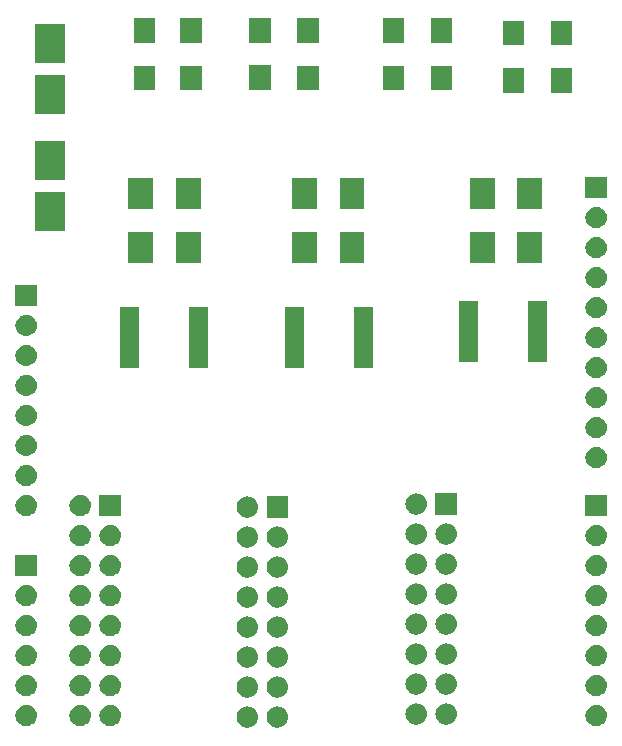
<source format=gbr>
G04 #@! TF.GenerationSoftware,KiCad,Pcbnew,5.0.1-33cea8e~68~ubuntu18.04.1*
G04 #@! TF.CreationDate,2018-11-24T14:12:02-07:00*
G04 #@! TF.ProjectId,adc,6164632E6B696361645F706362000000,rev?*
G04 #@! TF.SameCoordinates,Original*
G04 #@! TF.FileFunction,Soldermask,Top*
G04 #@! TF.FilePolarity,Negative*
%FSLAX46Y46*%
G04 Gerber Fmt 4.6, Leading zero omitted, Abs format (unit mm)*
G04 Created by KiCad (PCBNEW 5.0.1-33cea8e~68~ubuntu18.04.1) date Sat 24 Nov 2018 02:12:02 PM MST*
%MOMM*%
%LPD*%
G01*
G04 APERTURE LIST*
%ADD10C,0.100000*%
G04 APERTURE END LIST*
D10*
G36*
X69620862Y-97782545D02*
X69709088Y-97791234D01*
X69822289Y-97825573D01*
X69878890Y-97842743D01*
X70008377Y-97911956D01*
X70035379Y-97926389D01*
X70071109Y-97955712D01*
X70172544Y-98038956D01*
X70255788Y-98140391D01*
X70285111Y-98176121D01*
X70285112Y-98176123D01*
X70368757Y-98332610D01*
X70368757Y-98332611D01*
X70420266Y-98502412D01*
X70437658Y-98679000D01*
X70420266Y-98855588D01*
X70385927Y-98968789D01*
X70368757Y-99025390D01*
X70347561Y-99065044D01*
X70285111Y-99181879D01*
X70255788Y-99217609D01*
X70172544Y-99319044D01*
X70088206Y-99388257D01*
X70035379Y-99431611D01*
X70035377Y-99431612D01*
X69878890Y-99515257D01*
X69822289Y-99532427D01*
X69709088Y-99566766D01*
X69620862Y-99575455D01*
X69576750Y-99579800D01*
X69488250Y-99579800D01*
X69444138Y-99575455D01*
X69355912Y-99566766D01*
X69242711Y-99532427D01*
X69186110Y-99515257D01*
X69029623Y-99431612D01*
X69029621Y-99431611D01*
X68976794Y-99388257D01*
X68892456Y-99319044D01*
X68809212Y-99217609D01*
X68779889Y-99181879D01*
X68717439Y-99065044D01*
X68696243Y-99025390D01*
X68679073Y-98968789D01*
X68644734Y-98855588D01*
X68627342Y-98679000D01*
X68644734Y-98502412D01*
X68696243Y-98332611D01*
X68696243Y-98332610D01*
X68779888Y-98176123D01*
X68779889Y-98176121D01*
X68809212Y-98140391D01*
X68892456Y-98038956D01*
X68993891Y-97955712D01*
X69029621Y-97926389D01*
X69056623Y-97911956D01*
X69186110Y-97842743D01*
X69242711Y-97825573D01*
X69355912Y-97791234D01*
X69444138Y-97782545D01*
X69488250Y-97778200D01*
X69576750Y-97778200D01*
X69620862Y-97782545D01*
X69620862Y-97782545D01*
G37*
G36*
X67080862Y-97782545D02*
X67169088Y-97791234D01*
X67282289Y-97825573D01*
X67338890Y-97842743D01*
X67468377Y-97911956D01*
X67495379Y-97926389D01*
X67531109Y-97955712D01*
X67632544Y-98038956D01*
X67715788Y-98140391D01*
X67745111Y-98176121D01*
X67745112Y-98176123D01*
X67828757Y-98332610D01*
X67828757Y-98332611D01*
X67880266Y-98502412D01*
X67897658Y-98679000D01*
X67880266Y-98855588D01*
X67845927Y-98968789D01*
X67828757Y-99025390D01*
X67807561Y-99065044D01*
X67745111Y-99181879D01*
X67715788Y-99217609D01*
X67632544Y-99319044D01*
X67548206Y-99388257D01*
X67495379Y-99431611D01*
X67495377Y-99431612D01*
X67338890Y-99515257D01*
X67282289Y-99532427D01*
X67169088Y-99566766D01*
X67080862Y-99575455D01*
X67036750Y-99579800D01*
X66948250Y-99579800D01*
X66904138Y-99575455D01*
X66815912Y-99566766D01*
X66702711Y-99532427D01*
X66646110Y-99515257D01*
X66489623Y-99431612D01*
X66489621Y-99431611D01*
X66436794Y-99388257D01*
X66352456Y-99319044D01*
X66269212Y-99217609D01*
X66239889Y-99181879D01*
X66177439Y-99065044D01*
X66156243Y-99025390D01*
X66139073Y-98968789D01*
X66104734Y-98855588D01*
X66087342Y-98679000D01*
X66104734Y-98502412D01*
X66156243Y-98332611D01*
X66156243Y-98332610D01*
X66239888Y-98176123D01*
X66239889Y-98176121D01*
X66269212Y-98140391D01*
X66352456Y-98038956D01*
X66453891Y-97955712D01*
X66489621Y-97926389D01*
X66516623Y-97911956D01*
X66646110Y-97842743D01*
X66702711Y-97825573D01*
X66815912Y-97791234D01*
X66904138Y-97782545D01*
X66948250Y-97778200D01*
X67036750Y-97778200D01*
X67080862Y-97782545D01*
X67080862Y-97782545D01*
G37*
G36*
X48348362Y-97655545D02*
X48436588Y-97664234D01*
X48549789Y-97698573D01*
X48606390Y-97715743D01*
X48723237Y-97778200D01*
X48762879Y-97799389D01*
X48798609Y-97828712D01*
X48900044Y-97911956D01*
X48983288Y-98013391D01*
X49012611Y-98049121D01*
X49012612Y-98049123D01*
X49096257Y-98205610D01*
X49096257Y-98205611D01*
X49147766Y-98375412D01*
X49165158Y-98552000D01*
X49147766Y-98728588D01*
X49134782Y-98771389D01*
X49096257Y-98898390D01*
X49028374Y-99025389D01*
X49012611Y-99054879D01*
X48983288Y-99090609D01*
X48900044Y-99192044D01*
X48815706Y-99261257D01*
X48762879Y-99304611D01*
X48762877Y-99304612D01*
X48606390Y-99388257D01*
X48549789Y-99405427D01*
X48436588Y-99439766D01*
X48348362Y-99448455D01*
X48304250Y-99452800D01*
X48215750Y-99452800D01*
X48171638Y-99448455D01*
X48083412Y-99439766D01*
X47970211Y-99405427D01*
X47913610Y-99388257D01*
X47757123Y-99304612D01*
X47757121Y-99304611D01*
X47704294Y-99261257D01*
X47619956Y-99192044D01*
X47536712Y-99090609D01*
X47507389Y-99054879D01*
X47491626Y-99025389D01*
X47423743Y-98898390D01*
X47385218Y-98771389D01*
X47372234Y-98728588D01*
X47354842Y-98552000D01*
X47372234Y-98375412D01*
X47423743Y-98205611D01*
X47423743Y-98205610D01*
X47507388Y-98049123D01*
X47507389Y-98049121D01*
X47536712Y-98013391D01*
X47619956Y-97911956D01*
X47721391Y-97828712D01*
X47757121Y-97799389D01*
X47796763Y-97778200D01*
X47913610Y-97715743D01*
X47970211Y-97698573D01*
X48083412Y-97664234D01*
X48171638Y-97655545D01*
X48215750Y-97651200D01*
X48304250Y-97651200D01*
X48348362Y-97655545D01*
X48348362Y-97655545D01*
G37*
G36*
X52920362Y-97655545D02*
X53008588Y-97664234D01*
X53121789Y-97698573D01*
X53178390Y-97715743D01*
X53295237Y-97778200D01*
X53334879Y-97799389D01*
X53370609Y-97828712D01*
X53472044Y-97911956D01*
X53555288Y-98013391D01*
X53584611Y-98049121D01*
X53584612Y-98049123D01*
X53668257Y-98205610D01*
X53668257Y-98205611D01*
X53719766Y-98375412D01*
X53737158Y-98552000D01*
X53719766Y-98728588D01*
X53706782Y-98771389D01*
X53668257Y-98898390D01*
X53600374Y-99025389D01*
X53584611Y-99054879D01*
X53555288Y-99090609D01*
X53472044Y-99192044D01*
X53387706Y-99261257D01*
X53334879Y-99304611D01*
X53334877Y-99304612D01*
X53178390Y-99388257D01*
X53121789Y-99405427D01*
X53008588Y-99439766D01*
X52920362Y-99448455D01*
X52876250Y-99452800D01*
X52787750Y-99452800D01*
X52743638Y-99448455D01*
X52655412Y-99439766D01*
X52542211Y-99405427D01*
X52485610Y-99388257D01*
X52329123Y-99304612D01*
X52329121Y-99304611D01*
X52276294Y-99261257D01*
X52191956Y-99192044D01*
X52108712Y-99090609D01*
X52079389Y-99054879D01*
X52063626Y-99025389D01*
X51995743Y-98898390D01*
X51957218Y-98771389D01*
X51944234Y-98728588D01*
X51926842Y-98552000D01*
X51944234Y-98375412D01*
X51995743Y-98205611D01*
X51995743Y-98205610D01*
X52079388Y-98049123D01*
X52079389Y-98049121D01*
X52108712Y-98013391D01*
X52191956Y-97911956D01*
X52293391Y-97828712D01*
X52329121Y-97799389D01*
X52368763Y-97778200D01*
X52485610Y-97715743D01*
X52542211Y-97698573D01*
X52655412Y-97664234D01*
X52743638Y-97655545D01*
X52787750Y-97651200D01*
X52876250Y-97651200D01*
X52920362Y-97655545D01*
X52920362Y-97655545D01*
G37*
G36*
X55460362Y-97655545D02*
X55548588Y-97664234D01*
X55661789Y-97698573D01*
X55718390Y-97715743D01*
X55835237Y-97778200D01*
X55874879Y-97799389D01*
X55910609Y-97828712D01*
X56012044Y-97911956D01*
X56095288Y-98013391D01*
X56124611Y-98049121D01*
X56124612Y-98049123D01*
X56208257Y-98205610D01*
X56208257Y-98205611D01*
X56259766Y-98375412D01*
X56277158Y-98552000D01*
X56259766Y-98728588D01*
X56246782Y-98771389D01*
X56208257Y-98898390D01*
X56140374Y-99025389D01*
X56124611Y-99054879D01*
X56095288Y-99090609D01*
X56012044Y-99192044D01*
X55927706Y-99261257D01*
X55874879Y-99304611D01*
X55874877Y-99304612D01*
X55718390Y-99388257D01*
X55661789Y-99405427D01*
X55548588Y-99439766D01*
X55460362Y-99448455D01*
X55416250Y-99452800D01*
X55327750Y-99452800D01*
X55283638Y-99448455D01*
X55195412Y-99439766D01*
X55082211Y-99405427D01*
X55025610Y-99388257D01*
X54869123Y-99304612D01*
X54869121Y-99304611D01*
X54816294Y-99261257D01*
X54731956Y-99192044D01*
X54648712Y-99090609D01*
X54619389Y-99054879D01*
X54603626Y-99025389D01*
X54535743Y-98898390D01*
X54497218Y-98771389D01*
X54484234Y-98728588D01*
X54466842Y-98552000D01*
X54484234Y-98375412D01*
X54535743Y-98205611D01*
X54535743Y-98205610D01*
X54619388Y-98049123D01*
X54619389Y-98049121D01*
X54648712Y-98013391D01*
X54731956Y-97911956D01*
X54833391Y-97828712D01*
X54869121Y-97799389D01*
X54908763Y-97778200D01*
X55025610Y-97715743D01*
X55082211Y-97698573D01*
X55195412Y-97664234D01*
X55283638Y-97655545D01*
X55327750Y-97651200D01*
X55416250Y-97651200D01*
X55460362Y-97655545D01*
X55460362Y-97655545D01*
G37*
G36*
X96608362Y-97655545D02*
X96696588Y-97664234D01*
X96809789Y-97698573D01*
X96866390Y-97715743D01*
X96983237Y-97778200D01*
X97022879Y-97799389D01*
X97058609Y-97828712D01*
X97160044Y-97911956D01*
X97243288Y-98013391D01*
X97272611Y-98049121D01*
X97272612Y-98049123D01*
X97356257Y-98205610D01*
X97356257Y-98205611D01*
X97407766Y-98375412D01*
X97425158Y-98552000D01*
X97407766Y-98728588D01*
X97394782Y-98771389D01*
X97356257Y-98898390D01*
X97288374Y-99025389D01*
X97272611Y-99054879D01*
X97243288Y-99090609D01*
X97160044Y-99192044D01*
X97075706Y-99261257D01*
X97022879Y-99304611D01*
X97022877Y-99304612D01*
X96866390Y-99388257D01*
X96809789Y-99405427D01*
X96696588Y-99439766D01*
X96608362Y-99448455D01*
X96564250Y-99452800D01*
X96475750Y-99452800D01*
X96431638Y-99448455D01*
X96343412Y-99439766D01*
X96230211Y-99405427D01*
X96173610Y-99388257D01*
X96017123Y-99304612D01*
X96017121Y-99304611D01*
X95964294Y-99261257D01*
X95879956Y-99192044D01*
X95796712Y-99090609D01*
X95767389Y-99054879D01*
X95751626Y-99025389D01*
X95683743Y-98898390D01*
X95645218Y-98771389D01*
X95632234Y-98728588D01*
X95614842Y-98552000D01*
X95632234Y-98375412D01*
X95683743Y-98205611D01*
X95683743Y-98205610D01*
X95767388Y-98049123D01*
X95767389Y-98049121D01*
X95796712Y-98013391D01*
X95879956Y-97911956D01*
X95981391Y-97828712D01*
X96017121Y-97799389D01*
X96056763Y-97778200D01*
X96173610Y-97715743D01*
X96230211Y-97698573D01*
X96343412Y-97664234D01*
X96431638Y-97655545D01*
X96475750Y-97651200D01*
X96564250Y-97651200D01*
X96608362Y-97655545D01*
X96608362Y-97655545D01*
G37*
G36*
X83908362Y-97528545D02*
X83996588Y-97537234D01*
X84109789Y-97571573D01*
X84166390Y-97588743D01*
X84283237Y-97651200D01*
X84322879Y-97672389D01*
X84358609Y-97701712D01*
X84460044Y-97784956D01*
X84543288Y-97886391D01*
X84572611Y-97922121D01*
X84572612Y-97922123D01*
X84656257Y-98078610D01*
X84656257Y-98078611D01*
X84707766Y-98248412D01*
X84725158Y-98425000D01*
X84707766Y-98601588D01*
X84684283Y-98679000D01*
X84656257Y-98771390D01*
X84611253Y-98855586D01*
X84572611Y-98927879D01*
X84543288Y-98963609D01*
X84460044Y-99065044D01*
X84358609Y-99148288D01*
X84322879Y-99177611D01*
X84322877Y-99177612D01*
X84166390Y-99261257D01*
X84109789Y-99278427D01*
X83996588Y-99312766D01*
X83932855Y-99319043D01*
X83864250Y-99325800D01*
X83775750Y-99325800D01*
X83707145Y-99319043D01*
X83643412Y-99312766D01*
X83530211Y-99278427D01*
X83473610Y-99261257D01*
X83317123Y-99177612D01*
X83317121Y-99177611D01*
X83281391Y-99148288D01*
X83179956Y-99065044D01*
X83096712Y-98963609D01*
X83067389Y-98927879D01*
X83028747Y-98855586D01*
X82983743Y-98771390D01*
X82955717Y-98679000D01*
X82932234Y-98601588D01*
X82914842Y-98425000D01*
X82932234Y-98248412D01*
X82983743Y-98078611D01*
X82983743Y-98078610D01*
X83067388Y-97922123D01*
X83067389Y-97922121D01*
X83096712Y-97886391D01*
X83179956Y-97784956D01*
X83281391Y-97701712D01*
X83317121Y-97672389D01*
X83356763Y-97651200D01*
X83473610Y-97588743D01*
X83530211Y-97571573D01*
X83643412Y-97537234D01*
X83731638Y-97528545D01*
X83775750Y-97524200D01*
X83864250Y-97524200D01*
X83908362Y-97528545D01*
X83908362Y-97528545D01*
G37*
G36*
X81368362Y-97528545D02*
X81456588Y-97537234D01*
X81569789Y-97571573D01*
X81626390Y-97588743D01*
X81743237Y-97651200D01*
X81782879Y-97672389D01*
X81818609Y-97701712D01*
X81920044Y-97784956D01*
X82003288Y-97886391D01*
X82032611Y-97922121D01*
X82032612Y-97922123D01*
X82116257Y-98078610D01*
X82116257Y-98078611D01*
X82167766Y-98248412D01*
X82185158Y-98425000D01*
X82167766Y-98601588D01*
X82144283Y-98679000D01*
X82116257Y-98771390D01*
X82071253Y-98855586D01*
X82032611Y-98927879D01*
X82003288Y-98963609D01*
X81920044Y-99065044D01*
X81818609Y-99148288D01*
X81782879Y-99177611D01*
X81782877Y-99177612D01*
X81626390Y-99261257D01*
X81569789Y-99278427D01*
X81456588Y-99312766D01*
X81392855Y-99319043D01*
X81324250Y-99325800D01*
X81235750Y-99325800D01*
X81167145Y-99319043D01*
X81103412Y-99312766D01*
X80990211Y-99278427D01*
X80933610Y-99261257D01*
X80777123Y-99177612D01*
X80777121Y-99177611D01*
X80741391Y-99148288D01*
X80639956Y-99065044D01*
X80556712Y-98963609D01*
X80527389Y-98927879D01*
X80488747Y-98855586D01*
X80443743Y-98771390D01*
X80415717Y-98679000D01*
X80392234Y-98601588D01*
X80374842Y-98425000D01*
X80392234Y-98248412D01*
X80443743Y-98078611D01*
X80443743Y-98078610D01*
X80527388Y-97922123D01*
X80527389Y-97922121D01*
X80556712Y-97886391D01*
X80639956Y-97784956D01*
X80741391Y-97701712D01*
X80777121Y-97672389D01*
X80816763Y-97651200D01*
X80933610Y-97588743D01*
X80990211Y-97571573D01*
X81103412Y-97537234D01*
X81191638Y-97528545D01*
X81235750Y-97524200D01*
X81324250Y-97524200D01*
X81368362Y-97528545D01*
X81368362Y-97528545D01*
G37*
G36*
X69620862Y-95242545D02*
X69709088Y-95251234D01*
X69822289Y-95285573D01*
X69878890Y-95302743D01*
X70008377Y-95371956D01*
X70035379Y-95386389D01*
X70071109Y-95415712D01*
X70172544Y-95498956D01*
X70255788Y-95600391D01*
X70285111Y-95636121D01*
X70285112Y-95636123D01*
X70368757Y-95792610D01*
X70368757Y-95792611D01*
X70420266Y-95962412D01*
X70437658Y-96139000D01*
X70420266Y-96315588D01*
X70385927Y-96428789D01*
X70368757Y-96485390D01*
X70347561Y-96525044D01*
X70285111Y-96641879D01*
X70255788Y-96677609D01*
X70172544Y-96779044D01*
X70088206Y-96848257D01*
X70035379Y-96891611D01*
X70035377Y-96891612D01*
X69878890Y-96975257D01*
X69822289Y-96992427D01*
X69709088Y-97026766D01*
X69620862Y-97035455D01*
X69576750Y-97039800D01*
X69488250Y-97039800D01*
X69444138Y-97035455D01*
X69355912Y-97026766D01*
X69242711Y-96992427D01*
X69186110Y-96975257D01*
X69029623Y-96891612D01*
X69029621Y-96891611D01*
X68976794Y-96848257D01*
X68892456Y-96779044D01*
X68809212Y-96677609D01*
X68779889Y-96641879D01*
X68717439Y-96525044D01*
X68696243Y-96485390D01*
X68679073Y-96428789D01*
X68644734Y-96315588D01*
X68627342Y-96139000D01*
X68644734Y-95962412D01*
X68696243Y-95792611D01*
X68696243Y-95792610D01*
X68779888Y-95636123D01*
X68779889Y-95636121D01*
X68809212Y-95600391D01*
X68892456Y-95498956D01*
X68993891Y-95415712D01*
X69029621Y-95386389D01*
X69056623Y-95371956D01*
X69186110Y-95302743D01*
X69242711Y-95285573D01*
X69355912Y-95251234D01*
X69444138Y-95242545D01*
X69488250Y-95238200D01*
X69576750Y-95238200D01*
X69620862Y-95242545D01*
X69620862Y-95242545D01*
G37*
G36*
X67080862Y-95242545D02*
X67169088Y-95251234D01*
X67282289Y-95285573D01*
X67338890Y-95302743D01*
X67468377Y-95371956D01*
X67495379Y-95386389D01*
X67531109Y-95415712D01*
X67632544Y-95498956D01*
X67715788Y-95600391D01*
X67745111Y-95636121D01*
X67745112Y-95636123D01*
X67828757Y-95792610D01*
X67828757Y-95792611D01*
X67880266Y-95962412D01*
X67897658Y-96139000D01*
X67880266Y-96315588D01*
X67845927Y-96428789D01*
X67828757Y-96485390D01*
X67807561Y-96525044D01*
X67745111Y-96641879D01*
X67715788Y-96677609D01*
X67632544Y-96779044D01*
X67548206Y-96848257D01*
X67495379Y-96891611D01*
X67495377Y-96891612D01*
X67338890Y-96975257D01*
X67282289Y-96992427D01*
X67169088Y-97026766D01*
X67080862Y-97035455D01*
X67036750Y-97039800D01*
X66948250Y-97039800D01*
X66904138Y-97035455D01*
X66815912Y-97026766D01*
X66702711Y-96992427D01*
X66646110Y-96975257D01*
X66489623Y-96891612D01*
X66489621Y-96891611D01*
X66436794Y-96848257D01*
X66352456Y-96779044D01*
X66269212Y-96677609D01*
X66239889Y-96641879D01*
X66177439Y-96525044D01*
X66156243Y-96485390D01*
X66139073Y-96428789D01*
X66104734Y-96315588D01*
X66087342Y-96139000D01*
X66104734Y-95962412D01*
X66156243Y-95792611D01*
X66156243Y-95792610D01*
X66239888Y-95636123D01*
X66239889Y-95636121D01*
X66269212Y-95600391D01*
X66352456Y-95498956D01*
X66453891Y-95415712D01*
X66489621Y-95386389D01*
X66516623Y-95371956D01*
X66646110Y-95302743D01*
X66702711Y-95285573D01*
X66815912Y-95251234D01*
X66904138Y-95242545D01*
X66948250Y-95238200D01*
X67036750Y-95238200D01*
X67080862Y-95242545D01*
X67080862Y-95242545D01*
G37*
G36*
X52920362Y-95115545D02*
X53008588Y-95124234D01*
X53121789Y-95158573D01*
X53178390Y-95175743D01*
X53295237Y-95238200D01*
X53334879Y-95259389D01*
X53370609Y-95288712D01*
X53472044Y-95371956D01*
X53555288Y-95473391D01*
X53584611Y-95509121D01*
X53584612Y-95509123D01*
X53668257Y-95665610D01*
X53668257Y-95665611D01*
X53719766Y-95835412D01*
X53737158Y-96012000D01*
X53719766Y-96188588D01*
X53706782Y-96231389D01*
X53668257Y-96358390D01*
X53600374Y-96485389D01*
X53584611Y-96514879D01*
X53555288Y-96550609D01*
X53472044Y-96652044D01*
X53387706Y-96721257D01*
X53334879Y-96764611D01*
X53334877Y-96764612D01*
X53178390Y-96848257D01*
X53121789Y-96865427D01*
X53008588Y-96899766D01*
X52920362Y-96908455D01*
X52876250Y-96912800D01*
X52787750Y-96912800D01*
X52743638Y-96908455D01*
X52655412Y-96899766D01*
X52542211Y-96865427D01*
X52485610Y-96848257D01*
X52329123Y-96764612D01*
X52329121Y-96764611D01*
X52276294Y-96721257D01*
X52191956Y-96652044D01*
X52108712Y-96550609D01*
X52079389Y-96514879D01*
X52063626Y-96485389D01*
X51995743Y-96358390D01*
X51957218Y-96231389D01*
X51944234Y-96188588D01*
X51926842Y-96012000D01*
X51944234Y-95835412D01*
X51995743Y-95665611D01*
X51995743Y-95665610D01*
X52079388Y-95509123D01*
X52079389Y-95509121D01*
X52108712Y-95473391D01*
X52191956Y-95371956D01*
X52293391Y-95288712D01*
X52329121Y-95259389D01*
X52368763Y-95238200D01*
X52485610Y-95175743D01*
X52542211Y-95158573D01*
X52655412Y-95124234D01*
X52743638Y-95115545D01*
X52787750Y-95111200D01*
X52876250Y-95111200D01*
X52920362Y-95115545D01*
X52920362Y-95115545D01*
G37*
G36*
X48348362Y-95115545D02*
X48436588Y-95124234D01*
X48549789Y-95158573D01*
X48606390Y-95175743D01*
X48723237Y-95238200D01*
X48762879Y-95259389D01*
X48798609Y-95288712D01*
X48900044Y-95371956D01*
X48983288Y-95473391D01*
X49012611Y-95509121D01*
X49012612Y-95509123D01*
X49096257Y-95665610D01*
X49096257Y-95665611D01*
X49147766Y-95835412D01*
X49165158Y-96012000D01*
X49147766Y-96188588D01*
X49134782Y-96231389D01*
X49096257Y-96358390D01*
X49028374Y-96485389D01*
X49012611Y-96514879D01*
X48983288Y-96550609D01*
X48900044Y-96652044D01*
X48815706Y-96721257D01*
X48762879Y-96764611D01*
X48762877Y-96764612D01*
X48606390Y-96848257D01*
X48549789Y-96865427D01*
X48436588Y-96899766D01*
X48348362Y-96908455D01*
X48304250Y-96912800D01*
X48215750Y-96912800D01*
X48171638Y-96908455D01*
X48083412Y-96899766D01*
X47970211Y-96865427D01*
X47913610Y-96848257D01*
X47757123Y-96764612D01*
X47757121Y-96764611D01*
X47704294Y-96721257D01*
X47619956Y-96652044D01*
X47536712Y-96550609D01*
X47507389Y-96514879D01*
X47491626Y-96485389D01*
X47423743Y-96358390D01*
X47385218Y-96231389D01*
X47372234Y-96188588D01*
X47354842Y-96012000D01*
X47372234Y-95835412D01*
X47423743Y-95665611D01*
X47423743Y-95665610D01*
X47507388Y-95509123D01*
X47507389Y-95509121D01*
X47536712Y-95473391D01*
X47619956Y-95371956D01*
X47721391Y-95288712D01*
X47757121Y-95259389D01*
X47796763Y-95238200D01*
X47913610Y-95175743D01*
X47970211Y-95158573D01*
X48083412Y-95124234D01*
X48171638Y-95115545D01*
X48215750Y-95111200D01*
X48304250Y-95111200D01*
X48348362Y-95115545D01*
X48348362Y-95115545D01*
G37*
G36*
X55460362Y-95115545D02*
X55548588Y-95124234D01*
X55661789Y-95158573D01*
X55718390Y-95175743D01*
X55835237Y-95238200D01*
X55874879Y-95259389D01*
X55910609Y-95288712D01*
X56012044Y-95371956D01*
X56095288Y-95473391D01*
X56124611Y-95509121D01*
X56124612Y-95509123D01*
X56208257Y-95665610D01*
X56208257Y-95665611D01*
X56259766Y-95835412D01*
X56277158Y-96012000D01*
X56259766Y-96188588D01*
X56246782Y-96231389D01*
X56208257Y-96358390D01*
X56140374Y-96485389D01*
X56124611Y-96514879D01*
X56095288Y-96550609D01*
X56012044Y-96652044D01*
X55927706Y-96721257D01*
X55874879Y-96764611D01*
X55874877Y-96764612D01*
X55718390Y-96848257D01*
X55661789Y-96865427D01*
X55548588Y-96899766D01*
X55460362Y-96908455D01*
X55416250Y-96912800D01*
X55327750Y-96912800D01*
X55283638Y-96908455D01*
X55195412Y-96899766D01*
X55082211Y-96865427D01*
X55025610Y-96848257D01*
X54869123Y-96764612D01*
X54869121Y-96764611D01*
X54816294Y-96721257D01*
X54731956Y-96652044D01*
X54648712Y-96550609D01*
X54619389Y-96514879D01*
X54603626Y-96485389D01*
X54535743Y-96358390D01*
X54497218Y-96231389D01*
X54484234Y-96188588D01*
X54466842Y-96012000D01*
X54484234Y-95835412D01*
X54535743Y-95665611D01*
X54535743Y-95665610D01*
X54619388Y-95509123D01*
X54619389Y-95509121D01*
X54648712Y-95473391D01*
X54731956Y-95371956D01*
X54833391Y-95288712D01*
X54869121Y-95259389D01*
X54908763Y-95238200D01*
X55025610Y-95175743D01*
X55082211Y-95158573D01*
X55195412Y-95124234D01*
X55283638Y-95115545D01*
X55327750Y-95111200D01*
X55416250Y-95111200D01*
X55460362Y-95115545D01*
X55460362Y-95115545D01*
G37*
G36*
X96608362Y-95115545D02*
X96696588Y-95124234D01*
X96809789Y-95158573D01*
X96866390Y-95175743D01*
X96983237Y-95238200D01*
X97022879Y-95259389D01*
X97058609Y-95288712D01*
X97160044Y-95371956D01*
X97243288Y-95473391D01*
X97272611Y-95509121D01*
X97272612Y-95509123D01*
X97356257Y-95665610D01*
X97356257Y-95665611D01*
X97407766Y-95835412D01*
X97425158Y-96012000D01*
X97407766Y-96188588D01*
X97394782Y-96231389D01*
X97356257Y-96358390D01*
X97288374Y-96485389D01*
X97272611Y-96514879D01*
X97243288Y-96550609D01*
X97160044Y-96652044D01*
X97075706Y-96721257D01*
X97022879Y-96764611D01*
X97022877Y-96764612D01*
X96866390Y-96848257D01*
X96809789Y-96865427D01*
X96696588Y-96899766D01*
X96608362Y-96908455D01*
X96564250Y-96912800D01*
X96475750Y-96912800D01*
X96431638Y-96908455D01*
X96343412Y-96899766D01*
X96230211Y-96865427D01*
X96173610Y-96848257D01*
X96017123Y-96764612D01*
X96017121Y-96764611D01*
X95964294Y-96721257D01*
X95879956Y-96652044D01*
X95796712Y-96550609D01*
X95767389Y-96514879D01*
X95751626Y-96485389D01*
X95683743Y-96358390D01*
X95645218Y-96231389D01*
X95632234Y-96188588D01*
X95614842Y-96012000D01*
X95632234Y-95835412D01*
X95683743Y-95665611D01*
X95683743Y-95665610D01*
X95767388Y-95509123D01*
X95767389Y-95509121D01*
X95796712Y-95473391D01*
X95879956Y-95371956D01*
X95981391Y-95288712D01*
X96017121Y-95259389D01*
X96056763Y-95238200D01*
X96173610Y-95175743D01*
X96230211Y-95158573D01*
X96343412Y-95124234D01*
X96431638Y-95115545D01*
X96475750Y-95111200D01*
X96564250Y-95111200D01*
X96608362Y-95115545D01*
X96608362Y-95115545D01*
G37*
G36*
X81368362Y-94988545D02*
X81456588Y-94997234D01*
X81569789Y-95031573D01*
X81626390Y-95048743D01*
X81743237Y-95111200D01*
X81782879Y-95132389D01*
X81818609Y-95161712D01*
X81920044Y-95244956D01*
X82003288Y-95346391D01*
X82032611Y-95382121D01*
X82032612Y-95382123D01*
X82116257Y-95538610D01*
X82116257Y-95538611D01*
X82167766Y-95708412D01*
X82185158Y-95885000D01*
X82167766Y-96061588D01*
X82144283Y-96139000D01*
X82116257Y-96231390D01*
X82071253Y-96315586D01*
X82032611Y-96387879D01*
X82003288Y-96423609D01*
X81920044Y-96525044D01*
X81818609Y-96608288D01*
X81782879Y-96637611D01*
X81782877Y-96637612D01*
X81626390Y-96721257D01*
X81569789Y-96738427D01*
X81456588Y-96772766D01*
X81392855Y-96779043D01*
X81324250Y-96785800D01*
X81235750Y-96785800D01*
X81167145Y-96779043D01*
X81103412Y-96772766D01*
X80990211Y-96738427D01*
X80933610Y-96721257D01*
X80777123Y-96637612D01*
X80777121Y-96637611D01*
X80741391Y-96608288D01*
X80639956Y-96525044D01*
X80556712Y-96423609D01*
X80527389Y-96387879D01*
X80488747Y-96315586D01*
X80443743Y-96231390D01*
X80415717Y-96139000D01*
X80392234Y-96061588D01*
X80374842Y-95885000D01*
X80392234Y-95708412D01*
X80443743Y-95538611D01*
X80443743Y-95538610D01*
X80527388Y-95382123D01*
X80527389Y-95382121D01*
X80556712Y-95346391D01*
X80639956Y-95244956D01*
X80741391Y-95161712D01*
X80777121Y-95132389D01*
X80816763Y-95111200D01*
X80933610Y-95048743D01*
X80990211Y-95031573D01*
X81103412Y-94997234D01*
X81191638Y-94988545D01*
X81235750Y-94984200D01*
X81324250Y-94984200D01*
X81368362Y-94988545D01*
X81368362Y-94988545D01*
G37*
G36*
X83908362Y-94988545D02*
X83996588Y-94997234D01*
X84109789Y-95031573D01*
X84166390Y-95048743D01*
X84283237Y-95111200D01*
X84322879Y-95132389D01*
X84358609Y-95161712D01*
X84460044Y-95244956D01*
X84543288Y-95346391D01*
X84572611Y-95382121D01*
X84572612Y-95382123D01*
X84656257Y-95538610D01*
X84656257Y-95538611D01*
X84707766Y-95708412D01*
X84725158Y-95885000D01*
X84707766Y-96061588D01*
X84684283Y-96139000D01*
X84656257Y-96231390D01*
X84611253Y-96315586D01*
X84572611Y-96387879D01*
X84543288Y-96423609D01*
X84460044Y-96525044D01*
X84358609Y-96608288D01*
X84322879Y-96637611D01*
X84322877Y-96637612D01*
X84166390Y-96721257D01*
X84109789Y-96738427D01*
X83996588Y-96772766D01*
X83932855Y-96779043D01*
X83864250Y-96785800D01*
X83775750Y-96785800D01*
X83707145Y-96779043D01*
X83643412Y-96772766D01*
X83530211Y-96738427D01*
X83473610Y-96721257D01*
X83317123Y-96637612D01*
X83317121Y-96637611D01*
X83281391Y-96608288D01*
X83179956Y-96525044D01*
X83096712Y-96423609D01*
X83067389Y-96387879D01*
X83028747Y-96315586D01*
X82983743Y-96231390D01*
X82955717Y-96139000D01*
X82932234Y-96061588D01*
X82914842Y-95885000D01*
X82932234Y-95708412D01*
X82983743Y-95538611D01*
X82983743Y-95538610D01*
X83067388Y-95382123D01*
X83067389Y-95382121D01*
X83096712Y-95346391D01*
X83179956Y-95244956D01*
X83281391Y-95161712D01*
X83317121Y-95132389D01*
X83356763Y-95111200D01*
X83473610Y-95048743D01*
X83530211Y-95031573D01*
X83643412Y-94997234D01*
X83731638Y-94988545D01*
X83775750Y-94984200D01*
X83864250Y-94984200D01*
X83908362Y-94988545D01*
X83908362Y-94988545D01*
G37*
G36*
X69620862Y-92702545D02*
X69709088Y-92711234D01*
X69822289Y-92745573D01*
X69878890Y-92762743D01*
X70008377Y-92831956D01*
X70035379Y-92846389D01*
X70071109Y-92875712D01*
X70172544Y-92958956D01*
X70255788Y-93060391D01*
X70285111Y-93096121D01*
X70285112Y-93096123D01*
X70368757Y-93252610D01*
X70368757Y-93252611D01*
X70420266Y-93422412D01*
X70437658Y-93599000D01*
X70420266Y-93775588D01*
X70385927Y-93888789D01*
X70368757Y-93945390D01*
X70347561Y-93985044D01*
X70285111Y-94101879D01*
X70255788Y-94137609D01*
X70172544Y-94239044D01*
X70088206Y-94308257D01*
X70035379Y-94351611D01*
X70035377Y-94351612D01*
X69878890Y-94435257D01*
X69822289Y-94452427D01*
X69709088Y-94486766D01*
X69620862Y-94495455D01*
X69576750Y-94499800D01*
X69488250Y-94499800D01*
X69444138Y-94495455D01*
X69355912Y-94486766D01*
X69242711Y-94452427D01*
X69186110Y-94435257D01*
X69029623Y-94351612D01*
X69029621Y-94351611D01*
X68976794Y-94308257D01*
X68892456Y-94239044D01*
X68809212Y-94137609D01*
X68779889Y-94101879D01*
X68717439Y-93985044D01*
X68696243Y-93945390D01*
X68679073Y-93888789D01*
X68644734Y-93775588D01*
X68627342Y-93599000D01*
X68644734Y-93422412D01*
X68696243Y-93252611D01*
X68696243Y-93252610D01*
X68779888Y-93096123D01*
X68779889Y-93096121D01*
X68809212Y-93060391D01*
X68892456Y-92958956D01*
X68993891Y-92875712D01*
X69029621Y-92846389D01*
X69056623Y-92831956D01*
X69186110Y-92762743D01*
X69242711Y-92745573D01*
X69355912Y-92711234D01*
X69444138Y-92702545D01*
X69488250Y-92698200D01*
X69576750Y-92698200D01*
X69620862Y-92702545D01*
X69620862Y-92702545D01*
G37*
G36*
X67080862Y-92702545D02*
X67169088Y-92711234D01*
X67282289Y-92745573D01*
X67338890Y-92762743D01*
X67468377Y-92831956D01*
X67495379Y-92846389D01*
X67531109Y-92875712D01*
X67632544Y-92958956D01*
X67715788Y-93060391D01*
X67745111Y-93096121D01*
X67745112Y-93096123D01*
X67828757Y-93252610D01*
X67828757Y-93252611D01*
X67880266Y-93422412D01*
X67897658Y-93599000D01*
X67880266Y-93775588D01*
X67845927Y-93888789D01*
X67828757Y-93945390D01*
X67807561Y-93985044D01*
X67745111Y-94101879D01*
X67715788Y-94137609D01*
X67632544Y-94239044D01*
X67548206Y-94308257D01*
X67495379Y-94351611D01*
X67495377Y-94351612D01*
X67338890Y-94435257D01*
X67282289Y-94452427D01*
X67169088Y-94486766D01*
X67080862Y-94495455D01*
X67036750Y-94499800D01*
X66948250Y-94499800D01*
X66904138Y-94495455D01*
X66815912Y-94486766D01*
X66702711Y-94452427D01*
X66646110Y-94435257D01*
X66489623Y-94351612D01*
X66489621Y-94351611D01*
X66436794Y-94308257D01*
X66352456Y-94239044D01*
X66269212Y-94137609D01*
X66239889Y-94101879D01*
X66177439Y-93985044D01*
X66156243Y-93945390D01*
X66139073Y-93888789D01*
X66104734Y-93775588D01*
X66087342Y-93599000D01*
X66104734Y-93422412D01*
X66156243Y-93252611D01*
X66156243Y-93252610D01*
X66239888Y-93096123D01*
X66239889Y-93096121D01*
X66269212Y-93060391D01*
X66352456Y-92958956D01*
X66453891Y-92875712D01*
X66489621Y-92846389D01*
X66516623Y-92831956D01*
X66646110Y-92762743D01*
X66702711Y-92745573D01*
X66815912Y-92711234D01*
X66904138Y-92702545D01*
X66948250Y-92698200D01*
X67036750Y-92698200D01*
X67080862Y-92702545D01*
X67080862Y-92702545D01*
G37*
G36*
X55460362Y-92575545D02*
X55548588Y-92584234D01*
X55661789Y-92618573D01*
X55718390Y-92635743D01*
X55835237Y-92698200D01*
X55874879Y-92719389D01*
X55910609Y-92748712D01*
X56012044Y-92831956D01*
X56095288Y-92933391D01*
X56124611Y-92969121D01*
X56124612Y-92969123D01*
X56208257Y-93125610D01*
X56208257Y-93125611D01*
X56259766Y-93295412D01*
X56277158Y-93472000D01*
X56259766Y-93648588D01*
X56246782Y-93691389D01*
X56208257Y-93818390D01*
X56140374Y-93945389D01*
X56124611Y-93974879D01*
X56095288Y-94010609D01*
X56012044Y-94112044D01*
X55927706Y-94181257D01*
X55874879Y-94224611D01*
X55874877Y-94224612D01*
X55718390Y-94308257D01*
X55661789Y-94325427D01*
X55548588Y-94359766D01*
X55460362Y-94368455D01*
X55416250Y-94372800D01*
X55327750Y-94372800D01*
X55283638Y-94368455D01*
X55195412Y-94359766D01*
X55082211Y-94325427D01*
X55025610Y-94308257D01*
X54869123Y-94224612D01*
X54869121Y-94224611D01*
X54816294Y-94181257D01*
X54731956Y-94112044D01*
X54648712Y-94010609D01*
X54619389Y-93974879D01*
X54603626Y-93945389D01*
X54535743Y-93818390D01*
X54497218Y-93691389D01*
X54484234Y-93648588D01*
X54466842Y-93472000D01*
X54484234Y-93295412D01*
X54535743Y-93125611D01*
X54535743Y-93125610D01*
X54619388Y-92969123D01*
X54619389Y-92969121D01*
X54648712Y-92933391D01*
X54731956Y-92831956D01*
X54833391Y-92748712D01*
X54869121Y-92719389D01*
X54908763Y-92698200D01*
X55025610Y-92635743D01*
X55082211Y-92618573D01*
X55195412Y-92584234D01*
X55283638Y-92575545D01*
X55327750Y-92571200D01*
X55416250Y-92571200D01*
X55460362Y-92575545D01*
X55460362Y-92575545D01*
G37*
G36*
X48348362Y-92575545D02*
X48436588Y-92584234D01*
X48549789Y-92618573D01*
X48606390Y-92635743D01*
X48723237Y-92698200D01*
X48762879Y-92719389D01*
X48798609Y-92748712D01*
X48900044Y-92831956D01*
X48983288Y-92933391D01*
X49012611Y-92969121D01*
X49012612Y-92969123D01*
X49096257Y-93125610D01*
X49096257Y-93125611D01*
X49147766Y-93295412D01*
X49165158Y-93472000D01*
X49147766Y-93648588D01*
X49134782Y-93691389D01*
X49096257Y-93818390D01*
X49028374Y-93945389D01*
X49012611Y-93974879D01*
X48983288Y-94010609D01*
X48900044Y-94112044D01*
X48815706Y-94181257D01*
X48762879Y-94224611D01*
X48762877Y-94224612D01*
X48606390Y-94308257D01*
X48549789Y-94325427D01*
X48436588Y-94359766D01*
X48348362Y-94368455D01*
X48304250Y-94372800D01*
X48215750Y-94372800D01*
X48171638Y-94368455D01*
X48083412Y-94359766D01*
X47970211Y-94325427D01*
X47913610Y-94308257D01*
X47757123Y-94224612D01*
X47757121Y-94224611D01*
X47704294Y-94181257D01*
X47619956Y-94112044D01*
X47536712Y-94010609D01*
X47507389Y-93974879D01*
X47491626Y-93945389D01*
X47423743Y-93818390D01*
X47385218Y-93691389D01*
X47372234Y-93648588D01*
X47354842Y-93472000D01*
X47372234Y-93295412D01*
X47423743Y-93125611D01*
X47423743Y-93125610D01*
X47507388Y-92969123D01*
X47507389Y-92969121D01*
X47536712Y-92933391D01*
X47619956Y-92831956D01*
X47721391Y-92748712D01*
X47757121Y-92719389D01*
X47796763Y-92698200D01*
X47913610Y-92635743D01*
X47970211Y-92618573D01*
X48083412Y-92584234D01*
X48171638Y-92575545D01*
X48215750Y-92571200D01*
X48304250Y-92571200D01*
X48348362Y-92575545D01*
X48348362Y-92575545D01*
G37*
G36*
X52920362Y-92575545D02*
X53008588Y-92584234D01*
X53121789Y-92618573D01*
X53178390Y-92635743D01*
X53295237Y-92698200D01*
X53334879Y-92719389D01*
X53370609Y-92748712D01*
X53472044Y-92831956D01*
X53555288Y-92933391D01*
X53584611Y-92969121D01*
X53584612Y-92969123D01*
X53668257Y-93125610D01*
X53668257Y-93125611D01*
X53719766Y-93295412D01*
X53737158Y-93472000D01*
X53719766Y-93648588D01*
X53706782Y-93691389D01*
X53668257Y-93818390D01*
X53600374Y-93945389D01*
X53584611Y-93974879D01*
X53555288Y-94010609D01*
X53472044Y-94112044D01*
X53387706Y-94181257D01*
X53334879Y-94224611D01*
X53334877Y-94224612D01*
X53178390Y-94308257D01*
X53121789Y-94325427D01*
X53008588Y-94359766D01*
X52920362Y-94368455D01*
X52876250Y-94372800D01*
X52787750Y-94372800D01*
X52743638Y-94368455D01*
X52655412Y-94359766D01*
X52542211Y-94325427D01*
X52485610Y-94308257D01*
X52329123Y-94224612D01*
X52329121Y-94224611D01*
X52276294Y-94181257D01*
X52191956Y-94112044D01*
X52108712Y-94010609D01*
X52079389Y-93974879D01*
X52063626Y-93945389D01*
X51995743Y-93818390D01*
X51957218Y-93691389D01*
X51944234Y-93648588D01*
X51926842Y-93472000D01*
X51944234Y-93295412D01*
X51995743Y-93125611D01*
X51995743Y-93125610D01*
X52079388Y-92969123D01*
X52079389Y-92969121D01*
X52108712Y-92933391D01*
X52191956Y-92831956D01*
X52293391Y-92748712D01*
X52329121Y-92719389D01*
X52368763Y-92698200D01*
X52485610Y-92635743D01*
X52542211Y-92618573D01*
X52655412Y-92584234D01*
X52743638Y-92575545D01*
X52787750Y-92571200D01*
X52876250Y-92571200D01*
X52920362Y-92575545D01*
X52920362Y-92575545D01*
G37*
G36*
X96608362Y-92575545D02*
X96696588Y-92584234D01*
X96809789Y-92618573D01*
X96866390Y-92635743D01*
X96983237Y-92698200D01*
X97022879Y-92719389D01*
X97058609Y-92748712D01*
X97160044Y-92831956D01*
X97243288Y-92933391D01*
X97272611Y-92969121D01*
X97272612Y-92969123D01*
X97356257Y-93125610D01*
X97356257Y-93125611D01*
X97407766Y-93295412D01*
X97425158Y-93472000D01*
X97407766Y-93648588D01*
X97394782Y-93691389D01*
X97356257Y-93818390D01*
X97288374Y-93945389D01*
X97272611Y-93974879D01*
X97243288Y-94010609D01*
X97160044Y-94112044D01*
X97075706Y-94181257D01*
X97022879Y-94224611D01*
X97022877Y-94224612D01*
X96866390Y-94308257D01*
X96809789Y-94325427D01*
X96696588Y-94359766D01*
X96608362Y-94368455D01*
X96564250Y-94372800D01*
X96475750Y-94372800D01*
X96431638Y-94368455D01*
X96343412Y-94359766D01*
X96230211Y-94325427D01*
X96173610Y-94308257D01*
X96017123Y-94224612D01*
X96017121Y-94224611D01*
X95964294Y-94181257D01*
X95879956Y-94112044D01*
X95796712Y-94010609D01*
X95767389Y-93974879D01*
X95751626Y-93945389D01*
X95683743Y-93818390D01*
X95645218Y-93691389D01*
X95632234Y-93648588D01*
X95614842Y-93472000D01*
X95632234Y-93295412D01*
X95683743Y-93125611D01*
X95683743Y-93125610D01*
X95767388Y-92969123D01*
X95767389Y-92969121D01*
X95796712Y-92933391D01*
X95879956Y-92831956D01*
X95981391Y-92748712D01*
X96017121Y-92719389D01*
X96056763Y-92698200D01*
X96173610Y-92635743D01*
X96230211Y-92618573D01*
X96343412Y-92584234D01*
X96431638Y-92575545D01*
X96475750Y-92571200D01*
X96564250Y-92571200D01*
X96608362Y-92575545D01*
X96608362Y-92575545D01*
G37*
G36*
X81368362Y-92448545D02*
X81456588Y-92457234D01*
X81569789Y-92491573D01*
X81626390Y-92508743D01*
X81743237Y-92571200D01*
X81782879Y-92592389D01*
X81818609Y-92621712D01*
X81920044Y-92704956D01*
X82003288Y-92806391D01*
X82032611Y-92842121D01*
X82032612Y-92842123D01*
X82116257Y-92998610D01*
X82116257Y-92998611D01*
X82167766Y-93168412D01*
X82185158Y-93345000D01*
X82167766Y-93521588D01*
X82144283Y-93599000D01*
X82116257Y-93691390D01*
X82071253Y-93775586D01*
X82032611Y-93847879D01*
X82003288Y-93883609D01*
X81920044Y-93985044D01*
X81818609Y-94068288D01*
X81782879Y-94097611D01*
X81782877Y-94097612D01*
X81626390Y-94181257D01*
X81569789Y-94198427D01*
X81456588Y-94232766D01*
X81392855Y-94239043D01*
X81324250Y-94245800D01*
X81235750Y-94245800D01*
X81167145Y-94239043D01*
X81103412Y-94232766D01*
X80990211Y-94198427D01*
X80933610Y-94181257D01*
X80777123Y-94097612D01*
X80777121Y-94097611D01*
X80741391Y-94068288D01*
X80639956Y-93985044D01*
X80556712Y-93883609D01*
X80527389Y-93847879D01*
X80488747Y-93775586D01*
X80443743Y-93691390D01*
X80415717Y-93599000D01*
X80392234Y-93521588D01*
X80374842Y-93345000D01*
X80392234Y-93168412D01*
X80443743Y-92998611D01*
X80443743Y-92998610D01*
X80527388Y-92842123D01*
X80527389Y-92842121D01*
X80556712Y-92806391D01*
X80639956Y-92704956D01*
X80741391Y-92621712D01*
X80777121Y-92592389D01*
X80816763Y-92571200D01*
X80933610Y-92508743D01*
X80990211Y-92491573D01*
X81103412Y-92457234D01*
X81191638Y-92448545D01*
X81235750Y-92444200D01*
X81324250Y-92444200D01*
X81368362Y-92448545D01*
X81368362Y-92448545D01*
G37*
G36*
X83908362Y-92448545D02*
X83996588Y-92457234D01*
X84109789Y-92491573D01*
X84166390Y-92508743D01*
X84283237Y-92571200D01*
X84322879Y-92592389D01*
X84358609Y-92621712D01*
X84460044Y-92704956D01*
X84543288Y-92806391D01*
X84572611Y-92842121D01*
X84572612Y-92842123D01*
X84656257Y-92998610D01*
X84656257Y-92998611D01*
X84707766Y-93168412D01*
X84725158Y-93345000D01*
X84707766Y-93521588D01*
X84684283Y-93599000D01*
X84656257Y-93691390D01*
X84611253Y-93775586D01*
X84572611Y-93847879D01*
X84543288Y-93883609D01*
X84460044Y-93985044D01*
X84358609Y-94068288D01*
X84322879Y-94097611D01*
X84322877Y-94097612D01*
X84166390Y-94181257D01*
X84109789Y-94198427D01*
X83996588Y-94232766D01*
X83932855Y-94239043D01*
X83864250Y-94245800D01*
X83775750Y-94245800D01*
X83707145Y-94239043D01*
X83643412Y-94232766D01*
X83530211Y-94198427D01*
X83473610Y-94181257D01*
X83317123Y-94097612D01*
X83317121Y-94097611D01*
X83281391Y-94068288D01*
X83179956Y-93985044D01*
X83096712Y-93883609D01*
X83067389Y-93847879D01*
X83028747Y-93775586D01*
X82983743Y-93691390D01*
X82955717Y-93599000D01*
X82932234Y-93521588D01*
X82914842Y-93345000D01*
X82932234Y-93168412D01*
X82983743Y-92998611D01*
X82983743Y-92998610D01*
X83067388Y-92842123D01*
X83067389Y-92842121D01*
X83096712Y-92806391D01*
X83179956Y-92704956D01*
X83281391Y-92621712D01*
X83317121Y-92592389D01*
X83356763Y-92571200D01*
X83473610Y-92508743D01*
X83530211Y-92491573D01*
X83643412Y-92457234D01*
X83731638Y-92448545D01*
X83775750Y-92444200D01*
X83864250Y-92444200D01*
X83908362Y-92448545D01*
X83908362Y-92448545D01*
G37*
G36*
X67080862Y-90162545D02*
X67169088Y-90171234D01*
X67282289Y-90205573D01*
X67338890Y-90222743D01*
X67468377Y-90291956D01*
X67495379Y-90306389D01*
X67531109Y-90335712D01*
X67632544Y-90418956D01*
X67715788Y-90520391D01*
X67745111Y-90556121D01*
X67745112Y-90556123D01*
X67828757Y-90712610D01*
X67828757Y-90712611D01*
X67880266Y-90882412D01*
X67897658Y-91059000D01*
X67880266Y-91235588D01*
X67845927Y-91348789D01*
X67828757Y-91405390D01*
X67807561Y-91445044D01*
X67745111Y-91561879D01*
X67715788Y-91597609D01*
X67632544Y-91699044D01*
X67548206Y-91768257D01*
X67495379Y-91811611D01*
X67495377Y-91811612D01*
X67338890Y-91895257D01*
X67282289Y-91912427D01*
X67169088Y-91946766D01*
X67080862Y-91955455D01*
X67036750Y-91959800D01*
X66948250Y-91959800D01*
X66904138Y-91955455D01*
X66815912Y-91946766D01*
X66702711Y-91912427D01*
X66646110Y-91895257D01*
X66489623Y-91811612D01*
X66489621Y-91811611D01*
X66436794Y-91768257D01*
X66352456Y-91699044D01*
X66269212Y-91597609D01*
X66239889Y-91561879D01*
X66177439Y-91445044D01*
X66156243Y-91405390D01*
X66139073Y-91348789D01*
X66104734Y-91235588D01*
X66087342Y-91059000D01*
X66104734Y-90882412D01*
X66156243Y-90712611D01*
X66156243Y-90712610D01*
X66239888Y-90556123D01*
X66239889Y-90556121D01*
X66269212Y-90520391D01*
X66352456Y-90418956D01*
X66453891Y-90335712D01*
X66489621Y-90306389D01*
X66516623Y-90291956D01*
X66646110Y-90222743D01*
X66702711Y-90205573D01*
X66815912Y-90171234D01*
X66904138Y-90162545D01*
X66948250Y-90158200D01*
X67036750Y-90158200D01*
X67080862Y-90162545D01*
X67080862Y-90162545D01*
G37*
G36*
X69620862Y-90162545D02*
X69709088Y-90171234D01*
X69822289Y-90205573D01*
X69878890Y-90222743D01*
X70008377Y-90291956D01*
X70035379Y-90306389D01*
X70071109Y-90335712D01*
X70172544Y-90418956D01*
X70255788Y-90520391D01*
X70285111Y-90556121D01*
X70285112Y-90556123D01*
X70368757Y-90712610D01*
X70368757Y-90712611D01*
X70420266Y-90882412D01*
X70437658Y-91059000D01*
X70420266Y-91235588D01*
X70385927Y-91348789D01*
X70368757Y-91405390D01*
X70347561Y-91445044D01*
X70285111Y-91561879D01*
X70255788Y-91597609D01*
X70172544Y-91699044D01*
X70088206Y-91768257D01*
X70035379Y-91811611D01*
X70035377Y-91811612D01*
X69878890Y-91895257D01*
X69822289Y-91912427D01*
X69709088Y-91946766D01*
X69620862Y-91955455D01*
X69576750Y-91959800D01*
X69488250Y-91959800D01*
X69444138Y-91955455D01*
X69355912Y-91946766D01*
X69242711Y-91912427D01*
X69186110Y-91895257D01*
X69029623Y-91811612D01*
X69029621Y-91811611D01*
X68976794Y-91768257D01*
X68892456Y-91699044D01*
X68809212Y-91597609D01*
X68779889Y-91561879D01*
X68717439Y-91445044D01*
X68696243Y-91405390D01*
X68679073Y-91348789D01*
X68644734Y-91235588D01*
X68627342Y-91059000D01*
X68644734Y-90882412D01*
X68696243Y-90712611D01*
X68696243Y-90712610D01*
X68779888Y-90556123D01*
X68779889Y-90556121D01*
X68809212Y-90520391D01*
X68892456Y-90418956D01*
X68993891Y-90335712D01*
X69029621Y-90306389D01*
X69056623Y-90291956D01*
X69186110Y-90222743D01*
X69242711Y-90205573D01*
X69355912Y-90171234D01*
X69444138Y-90162545D01*
X69488250Y-90158200D01*
X69576750Y-90158200D01*
X69620862Y-90162545D01*
X69620862Y-90162545D01*
G37*
G36*
X52920362Y-90035545D02*
X53008588Y-90044234D01*
X53121789Y-90078573D01*
X53178390Y-90095743D01*
X53295237Y-90158200D01*
X53334879Y-90179389D01*
X53370609Y-90208712D01*
X53472044Y-90291956D01*
X53555288Y-90393391D01*
X53584611Y-90429121D01*
X53584612Y-90429123D01*
X53668257Y-90585610D01*
X53668257Y-90585611D01*
X53719766Y-90755412D01*
X53737158Y-90932000D01*
X53719766Y-91108588D01*
X53706782Y-91151389D01*
X53668257Y-91278390D01*
X53600374Y-91405389D01*
X53584611Y-91434879D01*
X53555288Y-91470609D01*
X53472044Y-91572044D01*
X53387706Y-91641257D01*
X53334879Y-91684611D01*
X53334877Y-91684612D01*
X53178390Y-91768257D01*
X53121789Y-91785427D01*
X53008588Y-91819766D01*
X52920362Y-91828455D01*
X52876250Y-91832800D01*
X52787750Y-91832800D01*
X52743638Y-91828455D01*
X52655412Y-91819766D01*
X52542211Y-91785427D01*
X52485610Y-91768257D01*
X52329123Y-91684612D01*
X52329121Y-91684611D01*
X52276294Y-91641257D01*
X52191956Y-91572044D01*
X52108712Y-91470609D01*
X52079389Y-91434879D01*
X52063626Y-91405389D01*
X51995743Y-91278390D01*
X51957218Y-91151389D01*
X51944234Y-91108588D01*
X51926842Y-90932000D01*
X51944234Y-90755412D01*
X51995743Y-90585611D01*
X51995743Y-90585610D01*
X52079388Y-90429123D01*
X52079389Y-90429121D01*
X52108712Y-90393391D01*
X52191956Y-90291956D01*
X52293391Y-90208712D01*
X52329121Y-90179389D01*
X52368763Y-90158200D01*
X52485610Y-90095743D01*
X52542211Y-90078573D01*
X52655412Y-90044234D01*
X52743638Y-90035545D01*
X52787750Y-90031200D01*
X52876250Y-90031200D01*
X52920362Y-90035545D01*
X52920362Y-90035545D01*
G37*
G36*
X48348362Y-90035545D02*
X48436588Y-90044234D01*
X48549789Y-90078573D01*
X48606390Y-90095743D01*
X48723237Y-90158200D01*
X48762879Y-90179389D01*
X48798609Y-90208712D01*
X48900044Y-90291956D01*
X48983288Y-90393391D01*
X49012611Y-90429121D01*
X49012612Y-90429123D01*
X49096257Y-90585610D01*
X49096257Y-90585611D01*
X49147766Y-90755412D01*
X49165158Y-90932000D01*
X49147766Y-91108588D01*
X49134782Y-91151389D01*
X49096257Y-91278390D01*
X49028374Y-91405389D01*
X49012611Y-91434879D01*
X48983288Y-91470609D01*
X48900044Y-91572044D01*
X48815706Y-91641257D01*
X48762879Y-91684611D01*
X48762877Y-91684612D01*
X48606390Y-91768257D01*
X48549789Y-91785427D01*
X48436588Y-91819766D01*
X48348362Y-91828455D01*
X48304250Y-91832800D01*
X48215750Y-91832800D01*
X48171638Y-91828455D01*
X48083412Y-91819766D01*
X47970211Y-91785427D01*
X47913610Y-91768257D01*
X47757123Y-91684612D01*
X47757121Y-91684611D01*
X47704294Y-91641257D01*
X47619956Y-91572044D01*
X47536712Y-91470609D01*
X47507389Y-91434879D01*
X47491626Y-91405389D01*
X47423743Y-91278390D01*
X47385218Y-91151389D01*
X47372234Y-91108588D01*
X47354842Y-90932000D01*
X47372234Y-90755412D01*
X47423743Y-90585611D01*
X47423743Y-90585610D01*
X47507388Y-90429123D01*
X47507389Y-90429121D01*
X47536712Y-90393391D01*
X47619956Y-90291956D01*
X47721391Y-90208712D01*
X47757121Y-90179389D01*
X47796763Y-90158200D01*
X47913610Y-90095743D01*
X47970211Y-90078573D01*
X48083412Y-90044234D01*
X48171638Y-90035545D01*
X48215750Y-90031200D01*
X48304250Y-90031200D01*
X48348362Y-90035545D01*
X48348362Y-90035545D01*
G37*
G36*
X55460362Y-90035545D02*
X55548588Y-90044234D01*
X55661789Y-90078573D01*
X55718390Y-90095743D01*
X55835237Y-90158200D01*
X55874879Y-90179389D01*
X55910609Y-90208712D01*
X56012044Y-90291956D01*
X56095288Y-90393391D01*
X56124611Y-90429121D01*
X56124612Y-90429123D01*
X56208257Y-90585610D01*
X56208257Y-90585611D01*
X56259766Y-90755412D01*
X56277158Y-90932000D01*
X56259766Y-91108588D01*
X56246782Y-91151389D01*
X56208257Y-91278390D01*
X56140374Y-91405389D01*
X56124611Y-91434879D01*
X56095288Y-91470609D01*
X56012044Y-91572044D01*
X55927706Y-91641257D01*
X55874879Y-91684611D01*
X55874877Y-91684612D01*
X55718390Y-91768257D01*
X55661789Y-91785427D01*
X55548588Y-91819766D01*
X55460362Y-91828455D01*
X55416250Y-91832800D01*
X55327750Y-91832800D01*
X55283638Y-91828455D01*
X55195412Y-91819766D01*
X55082211Y-91785427D01*
X55025610Y-91768257D01*
X54869123Y-91684612D01*
X54869121Y-91684611D01*
X54816294Y-91641257D01*
X54731956Y-91572044D01*
X54648712Y-91470609D01*
X54619389Y-91434879D01*
X54603626Y-91405389D01*
X54535743Y-91278390D01*
X54497218Y-91151389D01*
X54484234Y-91108588D01*
X54466842Y-90932000D01*
X54484234Y-90755412D01*
X54535743Y-90585611D01*
X54535743Y-90585610D01*
X54619388Y-90429123D01*
X54619389Y-90429121D01*
X54648712Y-90393391D01*
X54731956Y-90291956D01*
X54833391Y-90208712D01*
X54869121Y-90179389D01*
X54908763Y-90158200D01*
X55025610Y-90095743D01*
X55082211Y-90078573D01*
X55195412Y-90044234D01*
X55283638Y-90035545D01*
X55327750Y-90031200D01*
X55416250Y-90031200D01*
X55460362Y-90035545D01*
X55460362Y-90035545D01*
G37*
G36*
X96608362Y-90035545D02*
X96696588Y-90044234D01*
X96809789Y-90078573D01*
X96866390Y-90095743D01*
X96983237Y-90158200D01*
X97022879Y-90179389D01*
X97058609Y-90208712D01*
X97160044Y-90291956D01*
X97243288Y-90393391D01*
X97272611Y-90429121D01*
X97272612Y-90429123D01*
X97356257Y-90585610D01*
X97356257Y-90585611D01*
X97407766Y-90755412D01*
X97425158Y-90932000D01*
X97407766Y-91108588D01*
X97394782Y-91151389D01*
X97356257Y-91278390D01*
X97288374Y-91405389D01*
X97272611Y-91434879D01*
X97243288Y-91470609D01*
X97160044Y-91572044D01*
X97075706Y-91641257D01*
X97022879Y-91684611D01*
X97022877Y-91684612D01*
X96866390Y-91768257D01*
X96809789Y-91785427D01*
X96696588Y-91819766D01*
X96608362Y-91828455D01*
X96564250Y-91832800D01*
X96475750Y-91832800D01*
X96431638Y-91828455D01*
X96343412Y-91819766D01*
X96230211Y-91785427D01*
X96173610Y-91768257D01*
X96017123Y-91684612D01*
X96017121Y-91684611D01*
X95964294Y-91641257D01*
X95879956Y-91572044D01*
X95796712Y-91470609D01*
X95767389Y-91434879D01*
X95751626Y-91405389D01*
X95683743Y-91278390D01*
X95645218Y-91151389D01*
X95632234Y-91108588D01*
X95614842Y-90932000D01*
X95632234Y-90755412D01*
X95683743Y-90585611D01*
X95683743Y-90585610D01*
X95767388Y-90429123D01*
X95767389Y-90429121D01*
X95796712Y-90393391D01*
X95879956Y-90291956D01*
X95981391Y-90208712D01*
X96017121Y-90179389D01*
X96056763Y-90158200D01*
X96173610Y-90095743D01*
X96230211Y-90078573D01*
X96343412Y-90044234D01*
X96431638Y-90035545D01*
X96475750Y-90031200D01*
X96564250Y-90031200D01*
X96608362Y-90035545D01*
X96608362Y-90035545D01*
G37*
G36*
X81368362Y-89908545D02*
X81456588Y-89917234D01*
X81569789Y-89951573D01*
X81626390Y-89968743D01*
X81743237Y-90031200D01*
X81782879Y-90052389D01*
X81818609Y-90081712D01*
X81920044Y-90164956D01*
X82003288Y-90266391D01*
X82032611Y-90302121D01*
X82032612Y-90302123D01*
X82116257Y-90458610D01*
X82116257Y-90458611D01*
X82167766Y-90628412D01*
X82185158Y-90805000D01*
X82167766Y-90981588D01*
X82144283Y-91059000D01*
X82116257Y-91151390D01*
X82071253Y-91235586D01*
X82032611Y-91307879D01*
X82003288Y-91343609D01*
X81920044Y-91445044D01*
X81818609Y-91528288D01*
X81782879Y-91557611D01*
X81782877Y-91557612D01*
X81626390Y-91641257D01*
X81569789Y-91658427D01*
X81456588Y-91692766D01*
X81392855Y-91699043D01*
X81324250Y-91705800D01*
X81235750Y-91705800D01*
X81167145Y-91699043D01*
X81103412Y-91692766D01*
X80990211Y-91658427D01*
X80933610Y-91641257D01*
X80777123Y-91557612D01*
X80777121Y-91557611D01*
X80741391Y-91528288D01*
X80639956Y-91445044D01*
X80556712Y-91343609D01*
X80527389Y-91307879D01*
X80488747Y-91235586D01*
X80443743Y-91151390D01*
X80415717Y-91059000D01*
X80392234Y-90981588D01*
X80374842Y-90805000D01*
X80392234Y-90628412D01*
X80443743Y-90458611D01*
X80443743Y-90458610D01*
X80527388Y-90302123D01*
X80527389Y-90302121D01*
X80556712Y-90266391D01*
X80639956Y-90164956D01*
X80741391Y-90081712D01*
X80777121Y-90052389D01*
X80816763Y-90031200D01*
X80933610Y-89968743D01*
X80990211Y-89951573D01*
X81103412Y-89917234D01*
X81191638Y-89908545D01*
X81235750Y-89904200D01*
X81324250Y-89904200D01*
X81368362Y-89908545D01*
X81368362Y-89908545D01*
G37*
G36*
X83908362Y-89908545D02*
X83996588Y-89917234D01*
X84109789Y-89951573D01*
X84166390Y-89968743D01*
X84283237Y-90031200D01*
X84322879Y-90052389D01*
X84358609Y-90081712D01*
X84460044Y-90164956D01*
X84543288Y-90266391D01*
X84572611Y-90302121D01*
X84572612Y-90302123D01*
X84656257Y-90458610D01*
X84656257Y-90458611D01*
X84707766Y-90628412D01*
X84725158Y-90805000D01*
X84707766Y-90981588D01*
X84684283Y-91059000D01*
X84656257Y-91151390D01*
X84611253Y-91235586D01*
X84572611Y-91307879D01*
X84543288Y-91343609D01*
X84460044Y-91445044D01*
X84358609Y-91528288D01*
X84322879Y-91557611D01*
X84322877Y-91557612D01*
X84166390Y-91641257D01*
X84109789Y-91658427D01*
X83996588Y-91692766D01*
X83932855Y-91699043D01*
X83864250Y-91705800D01*
X83775750Y-91705800D01*
X83707145Y-91699043D01*
X83643412Y-91692766D01*
X83530211Y-91658427D01*
X83473610Y-91641257D01*
X83317123Y-91557612D01*
X83317121Y-91557611D01*
X83281391Y-91528288D01*
X83179956Y-91445044D01*
X83096712Y-91343609D01*
X83067389Y-91307879D01*
X83028747Y-91235586D01*
X82983743Y-91151390D01*
X82955717Y-91059000D01*
X82932234Y-90981588D01*
X82914842Y-90805000D01*
X82932234Y-90628412D01*
X82983743Y-90458611D01*
X82983743Y-90458610D01*
X83067388Y-90302123D01*
X83067389Y-90302121D01*
X83096712Y-90266391D01*
X83179956Y-90164956D01*
X83281391Y-90081712D01*
X83317121Y-90052389D01*
X83356763Y-90031200D01*
X83473610Y-89968743D01*
X83530211Y-89951573D01*
X83643412Y-89917234D01*
X83731638Y-89908545D01*
X83775750Y-89904200D01*
X83864250Y-89904200D01*
X83908362Y-89908545D01*
X83908362Y-89908545D01*
G37*
G36*
X67080862Y-87622545D02*
X67169088Y-87631234D01*
X67282289Y-87665573D01*
X67338890Y-87682743D01*
X67468377Y-87751956D01*
X67495379Y-87766389D01*
X67531109Y-87795712D01*
X67632544Y-87878956D01*
X67715788Y-87980391D01*
X67745111Y-88016121D01*
X67745112Y-88016123D01*
X67828757Y-88172610D01*
X67828757Y-88172611D01*
X67880266Y-88342412D01*
X67897658Y-88519000D01*
X67880266Y-88695588D01*
X67845927Y-88808789D01*
X67828757Y-88865390D01*
X67807561Y-88905044D01*
X67745111Y-89021879D01*
X67715788Y-89057609D01*
X67632544Y-89159044D01*
X67548206Y-89228257D01*
X67495379Y-89271611D01*
X67495377Y-89271612D01*
X67338890Y-89355257D01*
X67282289Y-89372427D01*
X67169088Y-89406766D01*
X67080862Y-89415455D01*
X67036750Y-89419800D01*
X66948250Y-89419800D01*
X66904138Y-89415455D01*
X66815912Y-89406766D01*
X66702711Y-89372427D01*
X66646110Y-89355257D01*
X66489623Y-89271612D01*
X66489621Y-89271611D01*
X66436794Y-89228257D01*
X66352456Y-89159044D01*
X66269212Y-89057609D01*
X66239889Y-89021879D01*
X66177439Y-88905044D01*
X66156243Y-88865390D01*
X66139073Y-88808789D01*
X66104734Y-88695588D01*
X66087342Y-88519000D01*
X66104734Y-88342412D01*
X66156243Y-88172611D01*
X66156243Y-88172610D01*
X66239888Y-88016123D01*
X66239889Y-88016121D01*
X66269212Y-87980391D01*
X66352456Y-87878956D01*
X66453891Y-87795712D01*
X66489621Y-87766389D01*
X66516623Y-87751956D01*
X66646110Y-87682743D01*
X66702711Y-87665573D01*
X66815912Y-87631234D01*
X66904138Y-87622545D01*
X66948250Y-87618200D01*
X67036750Y-87618200D01*
X67080862Y-87622545D01*
X67080862Y-87622545D01*
G37*
G36*
X69620862Y-87622545D02*
X69709088Y-87631234D01*
X69822289Y-87665573D01*
X69878890Y-87682743D01*
X70008377Y-87751956D01*
X70035379Y-87766389D01*
X70071109Y-87795712D01*
X70172544Y-87878956D01*
X70255788Y-87980391D01*
X70285111Y-88016121D01*
X70285112Y-88016123D01*
X70368757Y-88172610D01*
X70368757Y-88172611D01*
X70420266Y-88342412D01*
X70437658Y-88519000D01*
X70420266Y-88695588D01*
X70385927Y-88808789D01*
X70368757Y-88865390D01*
X70347561Y-88905044D01*
X70285111Y-89021879D01*
X70255788Y-89057609D01*
X70172544Y-89159044D01*
X70088206Y-89228257D01*
X70035379Y-89271611D01*
X70035377Y-89271612D01*
X69878890Y-89355257D01*
X69822289Y-89372427D01*
X69709088Y-89406766D01*
X69620862Y-89415455D01*
X69576750Y-89419800D01*
X69488250Y-89419800D01*
X69444138Y-89415455D01*
X69355912Y-89406766D01*
X69242711Y-89372427D01*
X69186110Y-89355257D01*
X69029623Y-89271612D01*
X69029621Y-89271611D01*
X68976794Y-89228257D01*
X68892456Y-89159044D01*
X68809212Y-89057609D01*
X68779889Y-89021879D01*
X68717439Y-88905044D01*
X68696243Y-88865390D01*
X68679073Y-88808789D01*
X68644734Y-88695588D01*
X68627342Y-88519000D01*
X68644734Y-88342412D01*
X68696243Y-88172611D01*
X68696243Y-88172610D01*
X68779888Y-88016123D01*
X68779889Y-88016121D01*
X68809212Y-87980391D01*
X68892456Y-87878956D01*
X68993891Y-87795712D01*
X69029621Y-87766389D01*
X69056623Y-87751956D01*
X69186110Y-87682743D01*
X69242711Y-87665573D01*
X69355912Y-87631234D01*
X69444138Y-87622545D01*
X69488250Y-87618200D01*
X69576750Y-87618200D01*
X69620862Y-87622545D01*
X69620862Y-87622545D01*
G37*
G36*
X55460362Y-87495545D02*
X55548588Y-87504234D01*
X55661789Y-87538573D01*
X55718390Y-87555743D01*
X55835237Y-87618200D01*
X55874879Y-87639389D01*
X55910609Y-87668712D01*
X56012044Y-87751956D01*
X56095288Y-87853391D01*
X56124611Y-87889121D01*
X56124612Y-87889123D01*
X56208257Y-88045610D01*
X56208257Y-88045611D01*
X56259766Y-88215412D01*
X56277158Y-88392000D01*
X56259766Y-88568588D01*
X56246782Y-88611389D01*
X56208257Y-88738390D01*
X56140374Y-88865389D01*
X56124611Y-88894879D01*
X56095288Y-88930609D01*
X56012044Y-89032044D01*
X55927706Y-89101257D01*
X55874879Y-89144611D01*
X55874877Y-89144612D01*
X55718390Y-89228257D01*
X55661789Y-89245427D01*
X55548588Y-89279766D01*
X55460362Y-89288455D01*
X55416250Y-89292800D01*
X55327750Y-89292800D01*
X55283638Y-89288455D01*
X55195412Y-89279766D01*
X55082211Y-89245427D01*
X55025610Y-89228257D01*
X54869123Y-89144612D01*
X54869121Y-89144611D01*
X54816294Y-89101257D01*
X54731956Y-89032044D01*
X54648712Y-88930609D01*
X54619389Y-88894879D01*
X54603626Y-88865389D01*
X54535743Y-88738390D01*
X54497218Y-88611389D01*
X54484234Y-88568588D01*
X54466842Y-88392000D01*
X54484234Y-88215412D01*
X54535743Y-88045611D01*
X54535743Y-88045610D01*
X54619388Y-87889123D01*
X54619389Y-87889121D01*
X54648712Y-87853391D01*
X54731956Y-87751956D01*
X54833391Y-87668712D01*
X54869121Y-87639389D01*
X54908763Y-87618200D01*
X55025610Y-87555743D01*
X55082211Y-87538573D01*
X55195412Y-87504234D01*
X55283638Y-87495545D01*
X55327750Y-87491200D01*
X55416250Y-87491200D01*
X55460362Y-87495545D01*
X55460362Y-87495545D01*
G37*
G36*
X52920362Y-87495545D02*
X53008588Y-87504234D01*
X53121789Y-87538573D01*
X53178390Y-87555743D01*
X53295237Y-87618200D01*
X53334879Y-87639389D01*
X53370609Y-87668712D01*
X53472044Y-87751956D01*
X53555288Y-87853391D01*
X53584611Y-87889121D01*
X53584612Y-87889123D01*
X53668257Y-88045610D01*
X53668257Y-88045611D01*
X53719766Y-88215412D01*
X53737158Y-88392000D01*
X53719766Y-88568588D01*
X53706782Y-88611389D01*
X53668257Y-88738390D01*
X53600374Y-88865389D01*
X53584611Y-88894879D01*
X53555288Y-88930609D01*
X53472044Y-89032044D01*
X53387706Y-89101257D01*
X53334879Y-89144611D01*
X53334877Y-89144612D01*
X53178390Y-89228257D01*
X53121789Y-89245427D01*
X53008588Y-89279766D01*
X52920362Y-89288455D01*
X52876250Y-89292800D01*
X52787750Y-89292800D01*
X52743638Y-89288455D01*
X52655412Y-89279766D01*
X52542211Y-89245427D01*
X52485610Y-89228257D01*
X52329123Y-89144612D01*
X52329121Y-89144611D01*
X52276294Y-89101257D01*
X52191956Y-89032044D01*
X52108712Y-88930609D01*
X52079389Y-88894879D01*
X52063626Y-88865389D01*
X51995743Y-88738390D01*
X51957218Y-88611389D01*
X51944234Y-88568588D01*
X51926842Y-88392000D01*
X51944234Y-88215412D01*
X51995743Y-88045611D01*
X51995743Y-88045610D01*
X52079388Y-87889123D01*
X52079389Y-87889121D01*
X52108712Y-87853391D01*
X52191956Y-87751956D01*
X52293391Y-87668712D01*
X52329121Y-87639389D01*
X52368763Y-87618200D01*
X52485610Y-87555743D01*
X52542211Y-87538573D01*
X52655412Y-87504234D01*
X52743638Y-87495545D01*
X52787750Y-87491200D01*
X52876250Y-87491200D01*
X52920362Y-87495545D01*
X52920362Y-87495545D01*
G37*
G36*
X96608362Y-87495545D02*
X96696588Y-87504234D01*
X96809789Y-87538573D01*
X96866390Y-87555743D01*
X96983237Y-87618200D01*
X97022879Y-87639389D01*
X97058609Y-87668712D01*
X97160044Y-87751956D01*
X97243288Y-87853391D01*
X97272611Y-87889121D01*
X97272612Y-87889123D01*
X97356257Y-88045610D01*
X97356257Y-88045611D01*
X97407766Y-88215412D01*
X97425158Y-88392000D01*
X97407766Y-88568588D01*
X97394782Y-88611389D01*
X97356257Y-88738390D01*
X97288374Y-88865389D01*
X97272611Y-88894879D01*
X97243288Y-88930609D01*
X97160044Y-89032044D01*
X97075706Y-89101257D01*
X97022879Y-89144611D01*
X97022877Y-89144612D01*
X96866390Y-89228257D01*
X96809789Y-89245427D01*
X96696588Y-89279766D01*
X96608362Y-89288455D01*
X96564250Y-89292800D01*
X96475750Y-89292800D01*
X96431638Y-89288455D01*
X96343412Y-89279766D01*
X96230211Y-89245427D01*
X96173610Y-89228257D01*
X96017123Y-89144612D01*
X96017121Y-89144611D01*
X95964294Y-89101257D01*
X95879956Y-89032044D01*
X95796712Y-88930609D01*
X95767389Y-88894879D01*
X95751626Y-88865389D01*
X95683743Y-88738390D01*
X95645218Y-88611389D01*
X95632234Y-88568588D01*
X95614842Y-88392000D01*
X95632234Y-88215412D01*
X95683743Y-88045611D01*
X95683743Y-88045610D01*
X95767388Y-87889123D01*
X95767389Y-87889121D01*
X95796712Y-87853391D01*
X95879956Y-87751956D01*
X95981391Y-87668712D01*
X96017121Y-87639389D01*
X96056763Y-87618200D01*
X96173610Y-87555743D01*
X96230211Y-87538573D01*
X96343412Y-87504234D01*
X96431638Y-87495545D01*
X96475750Y-87491200D01*
X96564250Y-87491200D01*
X96608362Y-87495545D01*
X96608362Y-87495545D01*
G37*
G36*
X48348362Y-87495545D02*
X48436588Y-87504234D01*
X48549789Y-87538573D01*
X48606390Y-87555743D01*
X48723237Y-87618200D01*
X48762879Y-87639389D01*
X48798609Y-87668712D01*
X48900044Y-87751956D01*
X48983288Y-87853391D01*
X49012611Y-87889121D01*
X49012612Y-87889123D01*
X49096257Y-88045610D01*
X49096257Y-88045611D01*
X49147766Y-88215412D01*
X49165158Y-88392000D01*
X49147766Y-88568588D01*
X49134782Y-88611389D01*
X49096257Y-88738390D01*
X49028374Y-88865389D01*
X49012611Y-88894879D01*
X48983288Y-88930609D01*
X48900044Y-89032044D01*
X48815706Y-89101257D01*
X48762879Y-89144611D01*
X48762877Y-89144612D01*
X48606390Y-89228257D01*
X48549789Y-89245427D01*
X48436588Y-89279766D01*
X48348362Y-89288455D01*
X48304250Y-89292800D01*
X48215750Y-89292800D01*
X48171638Y-89288455D01*
X48083412Y-89279766D01*
X47970211Y-89245427D01*
X47913610Y-89228257D01*
X47757123Y-89144612D01*
X47757121Y-89144611D01*
X47704294Y-89101257D01*
X47619956Y-89032044D01*
X47536712Y-88930609D01*
X47507389Y-88894879D01*
X47491626Y-88865389D01*
X47423743Y-88738390D01*
X47385218Y-88611389D01*
X47372234Y-88568588D01*
X47354842Y-88392000D01*
X47372234Y-88215412D01*
X47423743Y-88045611D01*
X47423743Y-88045610D01*
X47507388Y-87889123D01*
X47507389Y-87889121D01*
X47536712Y-87853391D01*
X47619956Y-87751956D01*
X47721391Y-87668712D01*
X47757121Y-87639389D01*
X47796763Y-87618200D01*
X47913610Y-87555743D01*
X47970211Y-87538573D01*
X48083412Y-87504234D01*
X48171638Y-87495545D01*
X48215750Y-87491200D01*
X48304250Y-87491200D01*
X48348362Y-87495545D01*
X48348362Y-87495545D01*
G37*
G36*
X83908362Y-87368545D02*
X83996588Y-87377234D01*
X84109789Y-87411573D01*
X84166390Y-87428743D01*
X84283237Y-87491200D01*
X84322879Y-87512389D01*
X84358609Y-87541712D01*
X84460044Y-87624956D01*
X84543288Y-87726391D01*
X84572611Y-87762121D01*
X84572612Y-87762123D01*
X84656257Y-87918610D01*
X84656257Y-87918611D01*
X84707766Y-88088412D01*
X84725158Y-88265000D01*
X84707766Y-88441588D01*
X84684283Y-88519000D01*
X84656257Y-88611390D01*
X84611253Y-88695586D01*
X84572611Y-88767879D01*
X84543288Y-88803609D01*
X84460044Y-88905044D01*
X84358609Y-88988288D01*
X84322879Y-89017611D01*
X84322877Y-89017612D01*
X84166390Y-89101257D01*
X84109789Y-89118427D01*
X83996588Y-89152766D01*
X83932855Y-89159043D01*
X83864250Y-89165800D01*
X83775750Y-89165800D01*
X83707145Y-89159043D01*
X83643412Y-89152766D01*
X83530211Y-89118427D01*
X83473610Y-89101257D01*
X83317123Y-89017612D01*
X83317121Y-89017611D01*
X83281391Y-88988288D01*
X83179956Y-88905044D01*
X83096712Y-88803609D01*
X83067389Y-88767879D01*
X83028747Y-88695586D01*
X82983743Y-88611390D01*
X82955717Y-88519000D01*
X82932234Y-88441588D01*
X82914842Y-88265000D01*
X82932234Y-88088412D01*
X82983743Y-87918611D01*
X82983743Y-87918610D01*
X83067388Y-87762123D01*
X83067389Y-87762121D01*
X83096712Y-87726391D01*
X83179956Y-87624956D01*
X83281391Y-87541712D01*
X83317121Y-87512389D01*
X83356763Y-87491200D01*
X83473610Y-87428743D01*
X83530211Y-87411573D01*
X83643412Y-87377234D01*
X83731638Y-87368545D01*
X83775750Y-87364200D01*
X83864250Y-87364200D01*
X83908362Y-87368545D01*
X83908362Y-87368545D01*
G37*
G36*
X81368362Y-87368545D02*
X81456588Y-87377234D01*
X81569789Y-87411573D01*
X81626390Y-87428743D01*
X81743237Y-87491200D01*
X81782879Y-87512389D01*
X81818609Y-87541712D01*
X81920044Y-87624956D01*
X82003288Y-87726391D01*
X82032611Y-87762121D01*
X82032612Y-87762123D01*
X82116257Y-87918610D01*
X82116257Y-87918611D01*
X82167766Y-88088412D01*
X82185158Y-88265000D01*
X82167766Y-88441588D01*
X82144283Y-88519000D01*
X82116257Y-88611390D01*
X82071253Y-88695586D01*
X82032611Y-88767879D01*
X82003288Y-88803609D01*
X81920044Y-88905044D01*
X81818609Y-88988288D01*
X81782879Y-89017611D01*
X81782877Y-89017612D01*
X81626390Y-89101257D01*
X81569789Y-89118427D01*
X81456588Y-89152766D01*
X81392855Y-89159043D01*
X81324250Y-89165800D01*
X81235750Y-89165800D01*
X81167145Y-89159043D01*
X81103412Y-89152766D01*
X80990211Y-89118427D01*
X80933610Y-89101257D01*
X80777123Y-89017612D01*
X80777121Y-89017611D01*
X80741391Y-88988288D01*
X80639956Y-88905044D01*
X80556712Y-88803609D01*
X80527389Y-88767879D01*
X80488747Y-88695586D01*
X80443743Y-88611390D01*
X80415717Y-88519000D01*
X80392234Y-88441588D01*
X80374842Y-88265000D01*
X80392234Y-88088412D01*
X80443743Y-87918611D01*
X80443743Y-87918610D01*
X80527388Y-87762123D01*
X80527389Y-87762121D01*
X80556712Y-87726391D01*
X80639956Y-87624956D01*
X80741391Y-87541712D01*
X80777121Y-87512389D01*
X80816763Y-87491200D01*
X80933610Y-87428743D01*
X80990211Y-87411573D01*
X81103412Y-87377234D01*
X81191638Y-87368545D01*
X81235750Y-87364200D01*
X81324250Y-87364200D01*
X81368362Y-87368545D01*
X81368362Y-87368545D01*
G37*
G36*
X69620862Y-85082545D02*
X69709088Y-85091234D01*
X69822289Y-85125573D01*
X69878890Y-85142743D01*
X70008377Y-85211956D01*
X70035379Y-85226389D01*
X70071109Y-85255712D01*
X70172544Y-85338956D01*
X70255788Y-85440391D01*
X70285111Y-85476121D01*
X70285112Y-85476123D01*
X70368757Y-85632610D01*
X70368757Y-85632611D01*
X70420266Y-85802412D01*
X70437658Y-85979000D01*
X70420266Y-86155588D01*
X70385927Y-86268789D01*
X70368757Y-86325390D01*
X70347561Y-86365044D01*
X70285111Y-86481879D01*
X70255788Y-86517609D01*
X70172544Y-86619044D01*
X70088206Y-86688257D01*
X70035379Y-86731611D01*
X70035377Y-86731612D01*
X69878890Y-86815257D01*
X69822289Y-86832427D01*
X69709088Y-86866766D01*
X69620862Y-86875455D01*
X69576750Y-86879800D01*
X69488250Y-86879800D01*
X69444138Y-86875455D01*
X69355912Y-86866766D01*
X69242711Y-86832427D01*
X69186110Y-86815257D01*
X69029623Y-86731612D01*
X69029621Y-86731611D01*
X68976794Y-86688257D01*
X68892456Y-86619044D01*
X68809212Y-86517609D01*
X68779889Y-86481879D01*
X68717439Y-86365044D01*
X68696243Y-86325390D01*
X68679073Y-86268789D01*
X68644734Y-86155588D01*
X68627342Y-85979000D01*
X68644734Y-85802412D01*
X68696243Y-85632611D01*
X68696243Y-85632610D01*
X68779888Y-85476123D01*
X68779889Y-85476121D01*
X68809212Y-85440391D01*
X68892456Y-85338956D01*
X68993891Y-85255712D01*
X69029621Y-85226389D01*
X69056623Y-85211956D01*
X69186110Y-85142743D01*
X69242711Y-85125573D01*
X69355912Y-85091234D01*
X69444138Y-85082545D01*
X69488250Y-85078200D01*
X69576750Y-85078200D01*
X69620862Y-85082545D01*
X69620862Y-85082545D01*
G37*
G36*
X67080862Y-85082545D02*
X67169088Y-85091234D01*
X67282289Y-85125573D01*
X67338890Y-85142743D01*
X67468377Y-85211956D01*
X67495379Y-85226389D01*
X67531109Y-85255712D01*
X67632544Y-85338956D01*
X67715788Y-85440391D01*
X67745111Y-85476121D01*
X67745112Y-85476123D01*
X67828757Y-85632610D01*
X67828757Y-85632611D01*
X67880266Y-85802412D01*
X67897658Y-85979000D01*
X67880266Y-86155588D01*
X67845927Y-86268789D01*
X67828757Y-86325390D01*
X67807561Y-86365044D01*
X67745111Y-86481879D01*
X67715788Y-86517609D01*
X67632544Y-86619044D01*
X67548206Y-86688257D01*
X67495379Y-86731611D01*
X67495377Y-86731612D01*
X67338890Y-86815257D01*
X67282289Y-86832427D01*
X67169088Y-86866766D01*
X67080862Y-86875455D01*
X67036750Y-86879800D01*
X66948250Y-86879800D01*
X66904138Y-86875455D01*
X66815912Y-86866766D01*
X66702711Y-86832427D01*
X66646110Y-86815257D01*
X66489623Y-86731612D01*
X66489621Y-86731611D01*
X66436794Y-86688257D01*
X66352456Y-86619044D01*
X66269212Y-86517609D01*
X66239889Y-86481879D01*
X66177439Y-86365044D01*
X66156243Y-86325390D01*
X66139073Y-86268789D01*
X66104734Y-86155588D01*
X66087342Y-85979000D01*
X66104734Y-85802412D01*
X66156243Y-85632611D01*
X66156243Y-85632610D01*
X66239888Y-85476123D01*
X66239889Y-85476121D01*
X66269212Y-85440391D01*
X66352456Y-85338956D01*
X66453891Y-85255712D01*
X66489621Y-85226389D01*
X66516623Y-85211956D01*
X66646110Y-85142743D01*
X66702711Y-85125573D01*
X66815912Y-85091234D01*
X66904138Y-85082545D01*
X66948250Y-85078200D01*
X67036750Y-85078200D01*
X67080862Y-85082545D01*
X67080862Y-85082545D01*
G37*
G36*
X96608362Y-84955545D02*
X96696588Y-84964234D01*
X96809789Y-84998573D01*
X96866390Y-85015743D01*
X96983237Y-85078200D01*
X97022879Y-85099389D01*
X97058609Y-85128712D01*
X97160044Y-85211956D01*
X97243288Y-85313391D01*
X97272611Y-85349121D01*
X97272612Y-85349123D01*
X97356257Y-85505610D01*
X97356257Y-85505611D01*
X97407766Y-85675412D01*
X97425158Y-85852000D01*
X97407766Y-86028588D01*
X97394782Y-86071389D01*
X97356257Y-86198390D01*
X97288374Y-86325389D01*
X97272611Y-86354879D01*
X97243288Y-86390609D01*
X97160044Y-86492044D01*
X97075706Y-86561257D01*
X97022879Y-86604611D01*
X97022877Y-86604612D01*
X96866390Y-86688257D01*
X96809789Y-86705427D01*
X96696588Y-86739766D01*
X96608362Y-86748455D01*
X96564250Y-86752800D01*
X96475750Y-86752800D01*
X96431638Y-86748455D01*
X96343412Y-86739766D01*
X96230211Y-86705427D01*
X96173610Y-86688257D01*
X96017123Y-86604612D01*
X96017121Y-86604611D01*
X95964294Y-86561257D01*
X95879956Y-86492044D01*
X95796712Y-86390609D01*
X95767389Y-86354879D01*
X95751626Y-86325389D01*
X95683743Y-86198390D01*
X95645218Y-86071389D01*
X95632234Y-86028588D01*
X95614842Y-85852000D01*
X95632234Y-85675412D01*
X95683743Y-85505611D01*
X95683743Y-85505610D01*
X95767388Y-85349123D01*
X95767389Y-85349121D01*
X95796712Y-85313391D01*
X95879956Y-85211956D01*
X95981391Y-85128712D01*
X96017121Y-85099389D01*
X96056763Y-85078200D01*
X96173610Y-85015743D01*
X96230211Y-84998573D01*
X96343412Y-84964234D01*
X96431638Y-84955545D01*
X96475750Y-84951200D01*
X96564250Y-84951200D01*
X96608362Y-84955545D01*
X96608362Y-84955545D01*
G37*
G36*
X52920362Y-84955545D02*
X53008588Y-84964234D01*
X53121789Y-84998573D01*
X53178390Y-85015743D01*
X53295237Y-85078200D01*
X53334879Y-85099389D01*
X53370609Y-85128712D01*
X53472044Y-85211956D01*
X53555288Y-85313391D01*
X53584611Y-85349121D01*
X53584612Y-85349123D01*
X53668257Y-85505610D01*
X53668257Y-85505611D01*
X53719766Y-85675412D01*
X53737158Y-85852000D01*
X53719766Y-86028588D01*
X53706782Y-86071389D01*
X53668257Y-86198390D01*
X53600374Y-86325389D01*
X53584611Y-86354879D01*
X53555288Y-86390609D01*
X53472044Y-86492044D01*
X53387706Y-86561257D01*
X53334879Y-86604611D01*
X53334877Y-86604612D01*
X53178390Y-86688257D01*
X53121789Y-86705427D01*
X53008588Y-86739766D01*
X52920362Y-86748455D01*
X52876250Y-86752800D01*
X52787750Y-86752800D01*
X52743638Y-86748455D01*
X52655412Y-86739766D01*
X52542211Y-86705427D01*
X52485610Y-86688257D01*
X52329123Y-86604612D01*
X52329121Y-86604611D01*
X52276294Y-86561257D01*
X52191956Y-86492044D01*
X52108712Y-86390609D01*
X52079389Y-86354879D01*
X52063626Y-86325389D01*
X51995743Y-86198390D01*
X51957218Y-86071389D01*
X51944234Y-86028588D01*
X51926842Y-85852000D01*
X51944234Y-85675412D01*
X51995743Y-85505611D01*
X51995743Y-85505610D01*
X52079388Y-85349123D01*
X52079389Y-85349121D01*
X52108712Y-85313391D01*
X52191956Y-85211956D01*
X52293391Y-85128712D01*
X52329121Y-85099389D01*
X52368763Y-85078200D01*
X52485610Y-85015743D01*
X52542211Y-84998573D01*
X52655412Y-84964234D01*
X52743638Y-84955545D01*
X52787750Y-84951200D01*
X52876250Y-84951200D01*
X52920362Y-84955545D01*
X52920362Y-84955545D01*
G37*
G36*
X49160800Y-86752800D02*
X47359200Y-86752800D01*
X47359200Y-84951200D01*
X49160800Y-84951200D01*
X49160800Y-86752800D01*
X49160800Y-86752800D01*
G37*
G36*
X55460362Y-84955545D02*
X55548588Y-84964234D01*
X55661789Y-84998573D01*
X55718390Y-85015743D01*
X55835237Y-85078200D01*
X55874879Y-85099389D01*
X55910609Y-85128712D01*
X56012044Y-85211956D01*
X56095288Y-85313391D01*
X56124611Y-85349121D01*
X56124612Y-85349123D01*
X56208257Y-85505610D01*
X56208257Y-85505611D01*
X56259766Y-85675412D01*
X56277158Y-85852000D01*
X56259766Y-86028588D01*
X56246782Y-86071389D01*
X56208257Y-86198390D01*
X56140374Y-86325389D01*
X56124611Y-86354879D01*
X56095288Y-86390609D01*
X56012044Y-86492044D01*
X55927706Y-86561257D01*
X55874879Y-86604611D01*
X55874877Y-86604612D01*
X55718390Y-86688257D01*
X55661789Y-86705427D01*
X55548588Y-86739766D01*
X55460362Y-86748455D01*
X55416250Y-86752800D01*
X55327750Y-86752800D01*
X55283638Y-86748455D01*
X55195412Y-86739766D01*
X55082211Y-86705427D01*
X55025610Y-86688257D01*
X54869123Y-86604612D01*
X54869121Y-86604611D01*
X54816294Y-86561257D01*
X54731956Y-86492044D01*
X54648712Y-86390609D01*
X54619389Y-86354879D01*
X54603626Y-86325389D01*
X54535743Y-86198390D01*
X54497218Y-86071389D01*
X54484234Y-86028588D01*
X54466842Y-85852000D01*
X54484234Y-85675412D01*
X54535743Y-85505611D01*
X54535743Y-85505610D01*
X54619388Y-85349123D01*
X54619389Y-85349121D01*
X54648712Y-85313391D01*
X54731956Y-85211956D01*
X54833391Y-85128712D01*
X54869121Y-85099389D01*
X54908763Y-85078200D01*
X55025610Y-85015743D01*
X55082211Y-84998573D01*
X55195412Y-84964234D01*
X55283638Y-84955545D01*
X55327750Y-84951200D01*
X55416250Y-84951200D01*
X55460362Y-84955545D01*
X55460362Y-84955545D01*
G37*
G36*
X83908362Y-84828545D02*
X83996588Y-84837234D01*
X84109789Y-84871573D01*
X84166390Y-84888743D01*
X84283237Y-84951200D01*
X84322879Y-84972389D01*
X84358609Y-85001712D01*
X84460044Y-85084956D01*
X84543288Y-85186391D01*
X84572611Y-85222121D01*
X84572612Y-85222123D01*
X84656257Y-85378610D01*
X84656257Y-85378611D01*
X84707766Y-85548412D01*
X84725158Y-85725000D01*
X84707766Y-85901588D01*
X84684283Y-85979000D01*
X84656257Y-86071390D01*
X84611253Y-86155586D01*
X84572611Y-86227879D01*
X84543288Y-86263609D01*
X84460044Y-86365044D01*
X84358609Y-86448288D01*
X84322879Y-86477611D01*
X84322877Y-86477612D01*
X84166390Y-86561257D01*
X84109789Y-86578427D01*
X83996588Y-86612766D01*
X83932855Y-86619043D01*
X83864250Y-86625800D01*
X83775750Y-86625800D01*
X83707145Y-86619043D01*
X83643412Y-86612766D01*
X83530211Y-86578427D01*
X83473610Y-86561257D01*
X83317123Y-86477612D01*
X83317121Y-86477611D01*
X83281391Y-86448288D01*
X83179956Y-86365044D01*
X83096712Y-86263609D01*
X83067389Y-86227879D01*
X83028747Y-86155586D01*
X82983743Y-86071390D01*
X82955717Y-85979000D01*
X82932234Y-85901588D01*
X82914842Y-85725000D01*
X82932234Y-85548412D01*
X82983743Y-85378611D01*
X82983743Y-85378610D01*
X83067388Y-85222123D01*
X83067389Y-85222121D01*
X83096712Y-85186391D01*
X83179956Y-85084956D01*
X83281391Y-85001712D01*
X83317121Y-84972389D01*
X83356763Y-84951200D01*
X83473610Y-84888743D01*
X83530211Y-84871573D01*
X83643412Y-84837234D01*
X83731638Y-84828545D01*
X83775750Y-84824200D01*
X83864250Y-84824200D01*
X83908362Y-84828545D01*
X83908362Y-84828545D01*
G37*
G36*
X81368362Y-84828545D02*
X81456588Y-84837234D01*
X81569789Y-84871573D01*
X81626390Y-84888743D01*
X81743237Y-84951200D01*
X81782879Y-84972389D01*
X81818609Y-85001712D01*
X81920044Y-85084956D01*
X82003288Y-85186391D01*
X82032611Y-85222121D01*
X82032612Y-85222123D01*
X82116257Y-85378610D01*
X82116257Y-85378611D01*
X82167766Y-85548412D01*
X82185158Y-85725000D01*
X82167766Y-85901588D01*
X82144283Y-85979000D01*
X82116257Y-86071390D01*
X82071253Y-86155586D01*
X82032611Y-86227879D01*
X82003288Y-86263609D01*
X81920044Y-86365044D01*
X81818609Y-86448288D01*
X81782879Y-86477611D01*
X81782877Y-86477612D01*
X81626390Y-86561257D01*
X81569789Y-86578427D01*
X81456588Y-86612766D01*
X81392855Y-86619043D01*
X81324250Y-86625800D01*
X81235750Y-86625800D01*
X81167145Y-86619043D01*
X81103412Y-86612766D01*
X80990211Y-86578427D01*
X80933610Y-86561257D01*
X80777123Y-86477612D01*
X80777121Y-86477611D01*
X80741391Y-86448288D01*
X80639956Y-86365044D01*
X80556712Y-86263609D01*
X80527389Y-86227879D01*
X80488747Y-86155586D01*
X80443743Y-86071390D01*
X80415717Y-85979000D01*
X80392234Y-85901588D01*
X80374842Y-85725000D01*
X80392234Y-85548412D01*
X80443743Y-85378611D01*
X80443743Y-85378610D01*
X80527388Y-85222123D01*
X80527389Y-85222121D01*
X80556712Y-85186391D01*
X80639956Y-85084956D01*
X80741391Y-85001712D01*
X80777121Y-84972389D01*
X80816763Y-84951200D01*
X80933610Y-84888743D01*
X80990211Y-84871573D01*
X81103412Y-84837234D01*
X81191638Y-84828545D01*
X81235750Y-84824200D01*
X81324250Y-84824200D01*
X81368362Y-84828545D01*
X81368362Y-84828545D01*
G37*
G36*
X69620862Y-82542545D02*
X69709088Y-82551234D01*
X69822289Y-82585573D01*
X69878890Y-82602743D01*
X70008377Y-82671956D01*
X70035379Y-82686389D01*
X70071109Y-82715712D01*
X70172544Y-82798956D01*
X70255788Y-82900391D01*
X70285111Y-82936121D01*
X70285112Y-82936123D01*
X70368757Y-83092610D01*
X70368757Y-83092611D01*
X70420266Y-83262412D01*
X70437658Y-83439000D01*
X70420266Y-83615588D01*
X70385927Y-83728789D01*
X70368757Y-83785390D01*
X70347561Y-83825044D01*
X70285111Y-83941879D01*
X70255788Y-83977609D01*
X70172544Y-84079044D01*
X70088206Y-84148257D01*
X70035379Y-84191611D01*
X70035377Y-84191612D01*
X69878890Y-84275257D01*
X69822289Y-84292427D01*
X69709088Y-84326766D01*
X69620862Y-84335455D01*
X69576750Y-84339800D01*
X69488250Y-84339800D01*
X69444138Y-84335455D01*
X69355912Y-84326766D01*
X69242711Y-84292427D01*
X69186110Y-84275257D01*
X69029623Y-84191612D01*
X69029621Y-84191611D01*
X68976794Y-84148257D01*
X68892456Y-84079044D01*
X68809212Y-83977609D01*
X68779889Y-83941879D01*
X68717439Y-83825044D01*
X68696243Y-83785390D01*
X68679073Y-83728789D01*
X68644734Y-83615588D01*
X68627342Y-83439000D01*
X68644734Y-83262412D01*
X68696243Y-83092611D01*
X68696243Y-83092610D01*
X68779888Y-82936123D01*
X68779889Y-82936121D01*
X68809212Y-82900391D01*
X68892456Y-82798956D01*
X68993891Y-82715712D01*
X69029621Y-82686389D01*
X69056623Y-82671956D01*
X69186110Y-82602743D01*
X69242711Y-82585573D01*
X69355912Y-82551234D01*
X69444138Y-82542545D01*
X69488250Y-82538200D01*
X69576750Y-82538200D01*
X69620862Y-82542545D01*
X69620862Y-82542545D01*
G37*
G36*
X67080862Y-82542545D02*
X67169088Y-82551234D01*
X67282289Y-82585573D01*
X67338890Y-82602743D01*
X67468377Y-82671956D01*
X67495379Y-82686389D01*
X67531109Y-82715712D01*
X67632544Y-82798956D01*
X67715788Y-82900391D01*
X67745111Y-82936121D01*
X67745112Y-82936123D01*
X67828757Y-83092610D01*
X67828757Y-83092611D01*
X67880266Y-83262412D01*
X67897658Y-83439000D01*
X67880266Y-83615588D01*
X67845927Y-83728789D01*
X67828757Y-83785390D01*
X67807561Y-83825044D01*
X67745111Y-83941879D01*
X67715788Y-83977609D01*
X67632544Y-84079044D01*
X67548206Y-84148257D01*
X67495379Y-84191611D01*
X67495377Y-84191612D01*
X67338890Y-84275257D01*
X67282289Y-84292427D01*
X67169088Y-84326766D01*
X67080862Y-84335455D01*
X67036750Y-84339800D01*
X66948250Y-84339800D01*
X66904138Y-84335455D01*
X66815912Y-84326766D01*
X66702711Y-84292427D01*
X66646110Y-84275257D01*
X66489623Y-84191612D01*
X66489621Y-84191611D01*
X66436794Y-84148257D01*
X66352456Y-84079044D01*
X66269212Y-83977609D01*
X66239889Y-83941879D01*
X66177439Y-83825044D01*
X66156243Y-83785390D01*
X66139073Y-83728789D01*
X66104734Y-83615588D01*
X66087342Y-83439000D01*
X66104734Y-83262412D01*
X66156243Y-83092611D01*
X66156243Y-83092610D01*
X66239888Y-82936123D01*
X66239889Y-82936121D01*
X66269212Y-82900391D01*
X66352456Y-82798956D01*
X66453891Y-82715712D01*
X66489621Y-82686389D01*
X66516623Y-82671956D01*
X66646110Y-82602743D01*
X66702711Y-82585573D01*
X66815912Y-82551234D01*
X66904138Y-82542545D01*
X66948250Y-82538200D01*
X67036750Y-82538200D01*
X67080862Y-82542545D01*
X67080862Y-82542545D01*
G37*
G36*
X55460362Y-82415545D02*
X55548588Y-82424234D01*
X55661789Y-82458573D01*
X55718390Y-82475743D01*
X55835237Y-82538200D01*
X55874879Y-82559389D01*
X55910609Y-82588712D01*
X56012044Y-82671956D01*
X56095288Y-82773391D01*
X56124611Y-82809121D01*
X56124612Y-82809123D01*
X56208257Y-82965610D01*
X56208257Y-82965611D01*
X56259766Y-83135412D01*
X56277158Y-83312000D01*
X56259766Y-83488588D01*
X56246782Y-83531389D01*
X56208257Y-83658390D01*
X56140374Y-83785389D01*
X56124611Y-83814879D01*
X56095288Y-83850609D01*
X56012044Y-83952044D01*
X55927706Y-84021257D01*
X55874879Y-84064611D01*
X55874877Y-84064612D01*
X55718390Y-84148257D01*
X55661789Y-84165427D01*
X55548588Y-84199766D01*
X55460362Y-84208455D01*
X55416250Y-84212800D01*
X55327750Y-84212800D01*
X55283638Y-84208455D01*
X55195412Y-84199766D01*
X55082211Y-84165427D01*
X55025610Y-84148257D01*
X54869123Y-84064612D01*
X54869121Y-84064611D01*
X54816294Y-84021257D01*
X54731956Y-83952044D01*
X54648712Y-83850609D01*
X54619389Y-83814879D01*
X54603626Y-83785389D01*
X54535743Y-83658390D01*
X54497218Y-83531389D01*
X54484234Y-83488588D01*
X54466842Y-83312000D01*
X54484234Y-83135412D01*
X54535743Y-82965611D01*
X54535743Y-82965610D01*
X54619388Y-82809123D01*
X54619389Y-82809121D01*
X54648712Y-82773391D01*
X54731956Y-82671956D01*
X54833391Y-82588712D01*
X54869121Y-82559389D01*
X54908763Y-82538200D01*
X55025610Y-82475743D01*
X55082211Y-82458573D01*
X55195412Y-82424234D01*
X55283638Y-82415545D01*
X55327750Y-82411200D01*
X55416250Y-82411200D01*
X55460362Y-82415545D01*
X55460362Y-82415545D01*
G37*
G36*
X52920362Y-82415545D02*
X53008588Y-82424234D01*
X53121789Y-82458573D01*
X53178390Y-82475743D01*
X53295237Y-82538200D01*
X53334879Y-82559389D01*
X53370609Y-82588712D01*
X53472044Y-82671956D01*
X53555288Y-82773391D01*
X53584611Y-82809121D01*
X53584612Y-82809123D01*
X53668257Y-82965610D01*
X53668257Y-82965611D01*
X53719766Y-83135412D01*
X53737158Y-83312000D01*
X53719766Y-83488588D01*
X53706782Y-83531389D01*
X53668257Y-83658390D01*
X53600374Y-83785389D01*
X53584611Y-83814879D01*
X53555288Y-83850609D01*
X53472044Y-83952044D01*
X53387706Y-84021257D01*
X53334879Y-84064611D01*
X53334877Y-84064612D01*
X53178390Y-84148257D01*
X53121789Y-84165427D01*
X53008588Y-84199766D01*
X52920362Y-84208455D01*
X52876250Y-84212800D01*
X52787750Y-84212800D01*
X52743638Y-84208455D01*
X52655412Y-84199766D01*
X52542211Y-84165427D01*
X52485610Y-84148257D01*
X52329123Y-84064612D01*
X52329121Y-84064611D01*
X52276294Y-84021257D01*
X52191956Y-83952044D01*
X52108712Y-83850609D01*
X52079389Y-83814879D01*
X52063626Y-83785389D01*
X51995743Y-83658390D01*
X51957218Y-83531389D01*
X51944234Y-83488588D01*
X51926842Y-83312000D01*
X51944234Y-83135412D01*
X51995743Y-82965611D01*
X51995743Y-82965610D01*
X52079388Y-82809123D01*
X52079389Y-82809121D01*
X52108712Y-82773391D01*
X52191956Y-82671956D01*
X52293391Y-82588712D01*
X52329121Y-82559389D01*
X52368763Y-82538200D01*
X52485610Y-82475743D01*
X52542211Y-82458573D01*
X52655412Y-82424234D01*
X52743638Y-82415545D01*
X52787750Y-82411200D01*
X52876250Y-82411200D01*
X52920362Y-82415545D01*
X52920362Y-82415545D01*
G37*
G36*
X96608362Y-82415545D02*
X96696588Y-82424234D01*
X96809789Y-82458573D01*
X96866390Y-82475743D01*
X96983237Y-82538200D01*
X97022879Y-82559389D01*
X97058609Y-82588712D01*
X97160044Y-82671956D01*
X97243288Y-82773391D01*
X97272611Y-82809121D01*
X97272612Y-82809123D01*
X97356257Y-82965610D01*
X97356257Y-82965611D01*
X97407766Y-83135412D01*
X97425158Y-83312000D01*
X97407766Y-83488588D01*
X97394782Y-83531389D01*
X97356257Y-83658390D01*
X97288374Y-83785389D01*
X97272611Y-83814879D01*
X97243288Y-83850609D01*
X97160044Y-83952044D01*
X97075706Y-84021257D01*
X97022879Y-84064611D01*
X97022877Y-84064612D01*
X96866390Y-84148257D01*
X96809789Y-84165427D01*
X96696588Y-84199766D01*
X96608362Y-84208455D01*
X96564250Y-84212800D01*
X96475750Y-84212800D01*
X96431638Y-84208455D01*
X96343412Y-84199766D01*
X96230211Y-84165427D01*
X96173610Y-84148257D01*
X96017123Y-84064612D01*
X96017121Y-84064611D01*
X95964294Y-84021257D01*
X95879956Y-83952044D01*
X95796712Y-83850609D01*
X95767389Y-83814879D01*
X95751626Y-83785389D01*
X95683743Y-83658390D01*
X95645218Y-83531389D01*
X95632234Y-83488588D01*
X95614842Y-83312000D01*
X95632234Y-83135412D01*
X95683743Y-82965611D01*
X95683743Y-82965610D01*
X95767388Y-82809123D01*
X95767389Y-82809121D01*
X95796712Y-82773391D01*
X95879956Y-82671956D01*
X95981391Y-82588712D01*
X96017121Y-82559389D01*
X96056763Y-82538200D01*
X96173610Y-82475743D01*
X96230211Y-82458573D01*
X96343412Y-82424234D01*
X96431638Y-82415545D01*
X96475750Y-82411200D01*
X96564250Y-82411200D01*
X96608362Y-82415545D01*
X96608362Y-82415545D01*
G37*
G36*
X81368362Y-82288545D02*
X81456588Y-82297234D01*
X81569789Y-82331573D01*
X81626390Y-82348743D01*
X81743237Y-82411200D01*
X81782879Y-82432389D01*
X81818609Y-82461712D01*
X81920044Y-82544956D01*
X82003288Y-82646391D01*
X82032611Y-82682121D01*
X82032612Y-82682123D01*
X82116257Y-82838610D01*
X82116257Y-82838611D01*
X82167766Y-83008412D01*
X82185158Y-83185000D01*
X82167766Y-83361588D01*
X82144283Y-83439000D01*
X82116257Y-83531390D01*
X82071253Y-83615586D01*
X82032611Y-83687879D01*
X82003288Y-83723609D01*
X81920044Y-83825044D01*
X81818609Y-83908288D01*
X81782879Y-83937611D01*
X81782877Y-83937612D01*
X81626390Y-84021257D01*
X81569789Y-84038427D01*
X81456588Y-84072766D01*
X81392855Y-84079043D01*
X81324250Y-84085800D01*
X81235750Y-84085800D01*
X81167145Y-84079043D01*
X81103412Y-84072766D01*
X80990211Y-84038427D01*
X80933610Y-84021257D01*
X80777123Y-83937612D01*
X80777121Y-83937611D01*
X80741391Y-83908288D01*
X80639956Y-83825044D01*
X80556712Y-83723609D01*
X80527389Y-83687879D01*
X80488747Y-83615586D01*
X80443743Y-83531390D01*
X80415717Y-83439000D01*
X80392234Y-83361588D01*
X80374842Y-83185000D01*
X80392234Y-83008412D01*
X80443743Y-82838611D01*
X80443743Y-82838610D01*
X80527388Y-82682123D01*
X80527389Y-82682121D01*
X80556712Y-82646391D01*
X80639956Y-82544956D01*
X80741391Y-82461712D01*
X80777121Y-82432389D01*
X80816763Y-82411200D01*
X80933610Y-82348743D01*
X80990211Y-82331573D01*
X81103412Y-82297234D01*
X81191638Y-82288545D01*
X81235750Y-82284200D01*
X81324250Y-82284200D01*
X81368362Y-82288545D01*
X81368362Y-82288545D01*
G37*
G36*
X83908362Y-82288545D02*
X83996588Y-82297234D01*
X84109789Y-82331573D01*
X84166390Y-82348743D01*
X84283237Y-82411200D01*
X84322879Y-82432389D01*
X84358609Y-82461712D01*
X84460044Y-82544956D01*
X84543288Y-82646391D01*
X84572611Y-82682121D01*
X84572612Y-82682123D01*
X84656257Y-82838610D01*
X84656257Y-82838611D01*
X84707766Y-83008412D01*
X84725158Y-83185000D01*
X84707766Y-83361588D01*
X84684283Y-83439000D01*
X84656257Y-83531390D01*
X84611253Y-83615586D01*
X84572611Y-83687879D01*
X84543288Y-83723609D01*
X84460044Y-83825044D01*
X84358609Y-83908288D01*
X84322879Y-83937611D01*
X84322877Y-83937612D01*
X84166390Y-84021257D01*
X84109789Y-84038427D01*
X83996588Y-84072766D01*
X83932855Y-84079043D01*
X83864250Y-84085800D01*
X83775750Y-84085800D01*
X83707145Y-84079043D01*
X83643412Y-84072766D01*
X83530211Y-84038427D01*
X83473610Y-84021257D01*
X83317123Y-83937612D01*
X83317121Y-83937611D01*
X83281391Y-83908288D01*
X83179956Y-83825044D01*
X83096712Y-83723609D01*
X83067389Y-83687879D01*
X83028747Y-83615586D01*
X82983743Y-83531390D01*
X82955717Y-83439000D01*
X82932234Y-83361588D01*
X82914842Y-83185000D01*
X82932234Y-83008412D01*
X82983743Y-82838611D01*
X82983743Y-82838610D01*
X83067388Y-82682123D01*
X83067389Y-82682121D01*
X83096712Y-82646391D01*
X83179956Y-82544956D01*
X83281391Y-82461712D01*
X83317121Y-82432389D01*
X83356763Y-82411200D01*
X83473610Y-82348743D01*
X83530211Y-82331573D01*
X83643412Y-82297234D01*
X83731638Y-82288545D01*
X83775750Y-82284200D01*
X83864250Y-82284200D01*
X83908362Y-82288545D01*
X83908362Y-82288545D01*
G37*
G36*
X70433300Y-81799800D02*
X68631700Y-81799800D01*
X68631700Y-79998200D01*
X70433300Y-79998200D01*
X70433300Y-81799800D01*
X70433300Y-81799800D01*
G37*
G36*
X67080862Y-80002545D02*
X67169088Y-80011234D01*
X67282289Y-80045573D01*
X67338890Y-80062743D01*
X67468377Y-80131956D01*
X67495379Y-80146389D01*
X67531109Y-80175712D01*
X67632544Y-80258956D01*
X67715788Y-80360391D01*
X67745111Y-80396121D01*
X67745112Y-80396123D01*
X67828757Y-80552610D01*
X67828757Y-80552611D01*
X67880266Y-80722412D01*
X67897658Y-80899000D01*
X67880266Y-81075588D01*
X67845927Y-81188789D01*
X67828757Y-81245390D01*
X67807561Y-81285044D01*
X67745111Y-81401879D01*
X67715788Y-81437609D01*
X67632544Y-81539044D01*
X67548206Y-81608257D01*
X67495379Y-81651611D01*
X67495377Y-81651612D01*
X67338890Y-81735257D01*
X67282289Y-81752427D01*
X67169088Y-81786766D01*
X67080862Y-81795455D01*
X67036750Y-81799800D01*
X66948250Y-81799800D01*
X66904138Y-81795455D01*
X66815912Y-81786766D01*
X66702711Y-81752427D01*
X66646110Y-81735257D01*
X66489623Y-81651612D01*
X66489621Y-81651611D01*
X66436794Y-81608257D01*
X66352456Y-81539044D01*
X66269212Y-81437609D01*
X66239889Y-81401879D01*
X66177439Y-81285044D01*
X66156243Y-81245390D01*
X66139073Y-81188789D01*
X66104734Y-81075588D01*
X66087342Y-80899000D01*
X66104734Y-80722412D01*
X66156243Y-80552611D01*
X66156243Y-80552610D01*
X66239888Y-80396123D01*
X66239889Y-80396121D01*
X66269212Y-80360391D01*
X66352456Y-80258956D01*
X66453891Y-80175712D01*
X66489621Y-80146389D01*
X66516623Y-80131956D01*
X66646110Y-80062743D01*
X66702711Y-80045573D01*
X66815912Y-80011234D01*
X66904138Y-80002545D01*
X66948250Y-79998200D01*
X67036750Y-79998200D01*
X67080862Y-80002545D01*
X67080862Y-80002545D01*
G37*
G36*
X48348362Y-79875545D02*
X48436588Y-79884234D01*
X48549789Y-79918573D01*
X48606390Y-79935743D01*
X48723237Y-79998200D01*
X48762879Y-80019389D01*
X48798609Y-80048712D01*
X48900044Y-80131956D01*
X48983288Y-80233391D01*
X49012611Y-80269121D01*
X49012612Y-80269123D01*
X49096257Y-80425610D01*
X49096257Y-80425611D01*
X49147766Y-80595412D01*
X49165158Y-80772000D01*
X49147766Y-80948588D01*
X49134782Y-80991389D01*
X49096257Y-81118390D01*
X49028374Y-81245389D01*
X49012611Y-81274879D01*
X48983288Y-81310609D01*
X48900044Y-81412044D01*
X48815706Y-81481257D01*
X48762879Y-81524611D01*
X48762877Y-81524612D01*
X48606390Y-81608257D01*
X48549789Y-81625427D01*
X48436588Y-81659766D01*
X48348362Y-81668455D01*
X48304250Y-81672800D01*
X48215750Y-81672800D01*
X48171638Y-81668455D01*
X48083412Y-81659766D01*
X47970211Y-81625427D01*
X47913610Y-81608257D01*
X47757123Y-81524612D01*
X47757121Y-81524611D01*
X47704294Y-81481257D01*
X47619956Y-81412044D01*
X47536712Y-81310609D01*
X47507389Y-81274879D01*
X47491626Y-81245389D01*
X47423743Y-81118390D01*
X47385218Y-80991389D01*
X47372234Y-80948588D01*
X47354842Y-80772000D01*
X47372234Y-80595412D01*
X47423743Y-80425611D01*
X47423743Y-80425610D01*
X47507388Y-80269123D01*
X47507389Y-80269121D01*
X47536712Y-80233391D01*
X47619956Y-80131956D01*
X47721391Y-80048712D01*
X47757121Y-80019389D01*
X47796763Y-79998200D01*
X47913610Y-79935743D01*
X47970211Y-79918573D01*
X48083412Y-79884234D01*
X48171638Y-79875545D01*
X48215750Y-79871200D01*
X48304250Y-79871200D01*
X48348362Y-79875545D01*
X48348362Y-79875545D01*
G37*
G36*
X52920362Y-79875545D02*
X53008588Y-79884234D01*
X53121789Y-79918573D01*
X53178390Y-79935743D01*
X53295237Y-79998200D01*
X53334879Y-80019389D01*
X53370609Y-80048712D01*
X53472044Y-80131956D01*
X53555288Y-80233391D01*
X53584611Y-80269121D01*
X53584612Y-80269123D01*
X53668257Y-80425610D01*
X53668257Y-80425611D01*
X53719766Y-80595412D01*
X53737158Y-80772000D01*
X53719766Y-80948588D01*
X53706782Y-80991389D01*
X53668257Y-81118390D01*
X53600374Y-81245389D01*
X53584611Y-81274879D01*
X53555288Y-81310609D01*
X53472044Y-81412044D01*
X53387706Y-81481257D01*
X53334879Y-81524611D01*
X53334877Y-81524612D01*
X53178390Y-81608257D01*
X53121789Y-81625427D01*
X53008588Y-81659766D01*
X52920362Y-81668455D01*
X52876250Y-81672800D01*
X52787750Y-81672800D01*
X52743638Y-81668455D01*
X52655412Y-81659766D01*
X52542211Y-81625427D01*
X52485610Y-81608257D01*
X52329123Y-81524612D01*
X52329121Y-81524611D01*
X52276294Y-81481257D01*
X52191956Y-81412044D01*
X52108712Y-81310609D01*
X52079389Y-81274879D01*
X52063626Y-81245389D01*
X51995743Y-81118390D01*
X51957218Y-80991389D01*
X51944234Y-80948588D01*
X51926842Y-80772000D01*
X51944234Y-80595412D01*
X51995743Y-80425611D01*
X51995743Y-80425610D01*
X52079388Y-80269123D01*
X52079389Y-80269121D01*
X52108712Y-80233391D01*
X52191956Y-80131956D01*
X52293391Y-80048712D01*
X52329121Y-80019389D01*
X52368763Y-79998200D01*
X52485610Y-79935743D01*
X52542211Y-79918573D01*
X52655412Y-79884234D01*
X52743638Y-79875545D01*
X52787750Y-79871200D01*
X52876250Y-79871200D01*
X52920362Y-79875545D01*
X52920362Y-79875545D01*
G37*
G36*
X97420800Y-81672800D02*
X95619200Y-81672800D01*
X95619200Y-79871200D01*
X97420800Y-79871200D01*
X97420800Y-81672800D01*
X97420800Y-81672800D01*
G37*
G36*
X56272800Y-81672800D02*
X54471200Y-81672800D01*
X54471200Y-79871200D01*
X56272800Y-79871200D01*
X56272800Y-81672800D01*
X56272800Y-81672800D01*
G37*
G36*
X84720800Y-81545800D02*
X82919200Y-81545800D01*
X82919200Y-79744200D01*
X84720800Y-79744200D01*
X84720800Y-81545800D01*
X84720800Y-81545800D01*
G37*
G36*
X81368362Y-79748545D02*
X81456588Y-79757234D01*
X81569789Y-79791573D01*
X81626390Y-79808743D01*
X81743237Y-79871200D01*
X81782879Y-79892389D01*
X81818609Y-79921712D01*
X81920044Y-80004956D01*
X82003288Y-80106391D01*
X82032611Y-80142121D01*
X82032612Y-80142123D01*
X82116257Y-80298610D01*
X82116257Y-80298611D01*
X82167766Y-80468412D01*
X82185158Y-80645000D01*
X82167766Y-80821588D01*
X82144283Y-80899000D01*
X82116257Y-80991390D01*
X82071253Y-81075586D01*
X82032611Y-81147879D01*
X82003288Y-81183609D01*
X81920044Y-81285044D01*
X81818609Y-81368288D01*
X81782879Y-81397611D01*
X81782877Y-81397612D01*
X81626390Y-81481257D01*
X81569789Y-81498427D01*
X81456588Y-81532766D01*
X81392855Y-81539043D01*
X81324250Y-81545800D01*
X81235750Y-81545800D01*
X81167145Y-81539043D01*
X81103412Y-81532766D01*
X80990211Y-81498427D01*
X80933610Y-81481257D01*
X80777123Y-81397612D01*
X80777121Y-81397611D01*
X80741391Y-81368288D01*
X80639956Y-81285044D01*
X80556712Y-81183609D01*
X80527389Y-81147879D01*
X80488747Y-81075586D01*
X80443743Y-80991390D01*
X80415717Y-80899000D01*
X80392234Y-80821588D01*
X80374842Y-80645000D01*
X80392234Y-80468412D01*
X80443743Y-80298611D01*
X80443743Y-80298610D01*
X80527388Y-80142123D01*
X80527389Y-80142121D01*
X80556712Y-80106391D01*
X80639956Y-80004956D01*
X80741391Y-79921712D01*
X80777121Y-79892389D01*
X80816763Y-79871200D01*
X80933610Y-79808743D01*
X80990211Y-79791573D01*
X81103412Y-79757234D01*
X81191638Y-79748545D01*
X81235750Y-79744200D01*
X81324250Y-79744200D01*
X81368362Y-79748545D01*
X81368362Y-79748545D01*
G37*
G36*
X48348362Y-77335545D02*
X48436588Y-77344234D01*
X48549789Y-77378573D01*
X48606390Y-77395743D01*
X48735231Y-77464611D01*
X48762879Y-77479389D01*
X48798609Y-77508712D01*
X48900044Y-77591956D01*
X48983288Y-77693391D01*
X49012611Y-77729121D01*
X49012612Y-77729123D01*
X49096257Y-77885610D01*
X49096257Y-77885611D01*
X49147766Y-78055412D01*
X49165158Y-78232000D01*
X49147766Y-78408588D01*
X49113427Y-78521789D01*
X49096257Y-78578390D01*
X49022178Y-78716980D01*
X49012611Y-78734879D01*
X48983288Y-78770609D01*
X48900044Y-78872044D01*
X48798609Y-78955288D01*
X48762879Y-78984611D01*
X48762877Y-78984612D01*
X48606390Y-79068257D01*
X48549789Y-79085427D01*
X48436588Y-79119766D01*
X48348362Y-79128455D01*
X48304250Y-79132800D01*
X48215750Y-79132800D01*
X48171638Y-79128455D01*
X48083412Y-79119766D01*
X47970211Y-79085427D01*
X47913610Y-79068257D01*
X47757123Y-78984612D01*
X47757121Y-78984611D01*
X47721391Y-78955288D01*
X47619956Y-78872044D01*
X47536712Y-78770609D01*
X47507389Y-78734879D01*
X47497822Y-78716980D01*
X47423743Y-78578390D01*
X47406573Y-78521789D01*
X47372234Y-78408588D01*
X47354842Y-78232000D01*
X47372234Y-78055412D01*
X47423743Y-77885611D01*
X47423743Y-77885610D01*
X47507388Y-77729123D01*
X47507389Y-77729121D01*
X47536712Y-77693391D01*
X47619956Y-77591956D01*
X47721391Y-77508712D01*
X47757121Y-77479389D01*
X47784769Y-77464611D01*
X47913610Y-77395743D01*
X47970211Y-77378573D01*
X48083412Y-77344234D01*
X48171638Y-77335545D01*
X48215750Y-77331200D01*
X48304250Y-77331200D01*
X48348362Y-77335545D01*
X48348362Y-77335545D01*
G37*
G36*
X96608362Y-75815545D02*
X96696588Y-75824234D01*
X96809789Y-75858573D01*
X96866390Y-75875743D01*
X97004980Y-75949822D01*
X97022879Y-75959389D01*
X97058609Y-75988712D01*
X97160044Y-76071956D01*
X97243288Y-76173391D01*
X97272611Y-76209121D01*
X97272612Y-76209123D01*
X97356257Y-76365610D01*
X97356257Y-76365611D01*
X97407766Y-76535412D01*
X97425158Y-76712000D01*
X97407766Y-76888588D01*
X97373427Y-77001789D01*
X97356257Y-77058390D01*
X97282178Y-77196980D01*
X97272611Y-77214879D01*
X97243288Y-77250609D01*
X97160044Y-77352044D01*
X97058609Y-77435288D01*
X97022879Y-77464611D01*
X97022877Y-77464612D01*
X96866390Y-77548257D01*
X96809789Y-77565427D01*
X96696588Y-77599766D01*
X96608362Y-77608455D01*
X96564250Y-77612800D01*
X96475750Y-77612800D01*
X96431638Y-77608455D01*
X96343412Y-77599766D01*
X96230211Y-77565427D01*
X96173610Y-77548257D01*
X96017123Y-77464612D01*
X96017121Y-77464611D01*
X95981391Y-77435288D01*
X95879956Y-77352044D01*
X95796712Y-77250609D01*
X95767389Y-77214879D01*
X95757822Y-77196980D01*
X95683743Y-77058390D01*
X95666573Y-77001789D01*
X95632234Y-76888588D01*
X95614842Y-76712000D01*
X95632234Y-76535412D01*
X95683743Y-76365611D01*
X95683743Y-76365610D01*
X95767388Y-76209123D01*
X95767389Y-76209121D01*
X95796712Y-76173391D01*
X95879956Y-76071956D01*
X95981391Y-75988712D01*
X96017121Y-75959389D01*
X96035020Y-75949822D01*
X96173610Y-75875743D01*
X96230211Y-75858573D01*
X96343412Y-75824234D01*
X96431638Y-75815545D01*
X96475750Y-75811200D01*
X96564250Y-75811200D01*
X96608362Y-75815545D01*
X96608362Y-75815545D01*
G37*
G36*
X48348362Y-74795545D02*
X48436588Y-74804234D01*
X48549789Y-74838573D01*
X48606390Y-74855743D01*
X48735231Y-74924611D01*
X48762879Y-74939389D01*
X48798609Y-74968712D01*
X48900044Y-75051956D01*
X48983288Y-75153391D01*
X49012611Y-75189121D01*
X49012612Y-75189123D01*
X49096257Y-75345610D01*
X49096257Y-75345611D01*
X49147766Y-75515412D01*
X49165158Y-75692000D01*
X49147766Y-75868588D01*
X49113427Y-75981789D01*
X49096257Y-76038390D01*
X49022178Y-76176980D01*
X49012611Y-76194879D01*
X49000921Y-76209123D01*
X48900044Y-76332044D01*
X48798609Y-76415288D01*
X48762879Y-76444611D01*
X48762877Y-76444612D01*
X48606390Y-76528257D01*
X48582796Y-76535414D01*
X48436588Y-76579766D01*
X48348362Y-76588455D01*
X48304250Y-76592800D01*
X48215750Y-76592800D01*
X48171638Y-76588455D01*
X48083412Y-76579766D01*
X47937204Y-76535414D01*
X47913610Y-76528257D01*
X47757123Y-76444612D01*
X47757121Y-76444611D01*
X47721391Y-76415288D01*
X47619956Y-76332044D01*
X47519079Y-76209123D01*
X47507389Y-76194879D01*
X47497822Y-76176980D01*
X47423743Y-76038390D01*
X47406573Y-75981789D01*
X47372234Y-75868588D01*
X47354842Y-75692000D01*
X47372234Y-75515412D01*
X47423743Y-75345611D01*
X47423743Y-75345610D01*
X47507388Y-75189123D01*
X47507389Y-75189121D01*
X47536712Y-75153391D01*
X47619956Y-75051956D01*
X47721391Y-74968712D01*
X47757121Y-74939389D01*
X47784769Y-74924611D01*
X47913610Y-74855743D01*
X47970211Y-74838573D01*
X48083412Y-74804234D01*
X48171638Y-74795545D01*
X48215750Y-74791200D01*
X48304250Y-74791200D01*
X48348362Y-74795545D01*
X48348362Y-74795545D01*
G37*
G36*
X96608362Y-73275545D02*
X96696588Y-73284234D01*
X96809789Y-73318573D01*
X96866390Y-73335743D01*
X97004980Y-73409822D01*
X97022879Y-73419389D01*
X97058609Y-73448712D01*
X97160044Y-73531956D01*
X97243288Y-73633391D01*
X97272611Y-73669121D01*
X97272612Y-73669123D01*
X97356257Y-73825610D01*
X97356257Y-73825611D01*
X97407766Y-73995412D01*
X97425158Y-74172000D01*
X97407766Y-74348588D01*
X97373427Y-74461789D01*
X97356257Y-74518390D01*
X97282178Y-74656980D01*
X97272611Y-74674879D01*
X97243288Y-74710609D01*
X97160044Y-74812044D01*
X97058609Y-74895288D01*
X97022879Y-74924611D01*
X97022877Y-74924612D01*
X96866390Y-75008257D01*
X96809789Y-75025427D01*
X96696588Y-75059766D01*
X96608362Y-75068455D01*
X96564250Y-75072800D01*
X96475750Y-75072800D01*
X96431638Y-75068455D01*
X96343412Y-75059766D01*
X96230211Y-75025427D01*
X96173610Y-75008257D01*
X96017123Y-74924612D01*
X96017121Y-74924611D01*
X95981391Y-74895288D01*
X95879956Y-74812044D01*
X95796712Y-74710609D01*
X95767389Y-74674879D01*
X95757822Y-74656980D01*
X95683743Y-74518390D01*
X95666573Y-74461789D01*
X95632234Y-74348588D01*
X95614842Y-74172000D01*
X95632234Y-73995412D01*
X95683743Y-73825611D01*
X95683743Y-73825610D01*
X95767388Y-73669123D01*
X95767389Y-73669121D01*
X95796712Y-73633391D01*
X95879956Y-73531956D01*
X95981391Y-73448712D01*
X96017121Y-73419389D01*
X96035020Y-73409822D01*
X96173610Y-73335743D01*
X96230211Y-73318573D01*
X96343412Y-73284234D01*
X96431638Y-73275545D01*
X96475750Y-73271200D01*
X96564250Y-73271200D01*
X96608362Y-73275545D01*
X96608362Y-73275545D01*
G37*
G36*
X48348362Y-72255545D02*
X48436588Y-72264234D01*
X48549789Y-72298573D01*
X48606390Y-72315743D01*
X48735231Y-72384611D01*
X48762879Y-72399389D01*
X48798609Y-72428712D01*
X48900044Y-72511956D01*
X48983288Y-72613391D01*
X49012611Y-72649121D01*
X49012612Y-72649123D01*
X49096257Y-72805610D01*
X49096257Y-72805611D01*
X49147766Y-72975412D01*
X49165158Y-73152000D01*
X49147766Y-73328588D01*
X49113427Y-73441789D01*
X49096257Y-73498390D01*
X49022178Y-73636980D01*
X49012611Y-73654879D01*
X49000921Y-73669123D01*
X48900044Y-73792044D01*
X48798609Y-73875288D01*
X48762879Y-73904611D01*
X48762877Y-73904612D01*
X48606390Y-73988257D01*
X48582796Y-73995414D01*
X48436588Y-74039766D01*
X48348362Y-74048455D01*
X48304250Y-74052800D01*
X48215750Y-74052800D01*
X48171638Y-74048455D01*
X48083412Y-74039766D01*
X47937204Y-73995414D01*
X47913610Y-73988257D01*
X47757123Y-73904612D01*
X47757121Y-73904611D01*
X47721391Y-73875288D01*
X47619956Y-73792044D01*
X47519079Y-73669123D01*
X47507389Y-73654879D01*
X47497822Y-73636980D01*
X47423743Y-73498390D01*
X47406573Y-73441789D01*
X47372234Y-73328588D01*
X47354842Y-73152000D01*
X47372234Y-72975412D01*
X47423743Y-72805611D01*
X47423743Y-72805610D01*
X47507388Y-72649123D01*
X47507389Y-72649121D01*
X47536712Y-72613391D01*
X47619956Y-72511956D01*
X47721391Y-72428712D01*
X47757121Y-72399389D01*
X47784769Y-72384611D01*
X47913610Y-72315743D01*
X47970211Y-72298573D01*
X48083412Y-72264234D01*
X48171638Y-72255545D01*
X48215750Y-72251200D01*
X48304250Y-72251200D01*
X48348362Y-72255545D01*
X48348362Y-72255545D01*
G37*
G36*
X96608362Y-70735545D02*
X96696588Y-70744234D01*
X96809789Y-70778573D01*
X96866390Y-70795743D01*
X97004980Y-70869822D01*
X97022879Y-70879389D01*
X97058609Y-70908712D01*
X97160044Y-70991956D01*
X97243288Y-71093391D01*
X97272611Y-71129121D01*
X97272612Y-71129123D01*
X97356257Y-71285610D01*
X97356257Y-71285611D01*
X97407766Y-71455412D01*
X97425158Y-71632000D01*
X97407766Y-71808588D01*
X97373427Y-71921789D01*
X97356257Y-71978390D01*
X97282178Y-72116980D01*
X97272611Y-72134879D01*
X97243288Y-72170609D01*
X97160044Y-72272044D01*
X97058609Y-72355288D01*
X97022879Y-72384611D01*
X97022877Y-72384612D01*
X96866390Y-72468257D01*
X96809789Y-72485427D01*
X96696588Y-72519766D01*
X96608362Y-72528455D01*
X96564250Y-72532800D01*
X96475750Y-72532800D01*
X96431638Y-72528455D01*
X96343412Y-72519766D01*
X96230211Y-72485427D01*
X96173610Y-72468257D01*
X96017123Y-72384612D01*
X96017121Y-72384611D01*
X95981391Y-72355288D01*
X95879956Y-72272044D01*
X95796712Y-72170609D01*
X95767389Y-72134879D01*
X95757822Y-72116980D01*
X95683743Y-71978390D01*
X95666573Y-71921789D01*
X95632234Y-71808588D01*
X95614842Y-71632000D01*
X95632234Y-71455412D01*
X95683743Y-71285611D01*
X95683743Y-71285610D01*
X95767388Y-71129123D01*
X95767389Y-71129121D01*
X95796712Y-71093391D01*
X95879956Y-70991956D01*
X95981391Y-70908712D01*
X96017121Y-70879389D01*
X96035020Y-70869822D01*
X96173610Y-70795743D01*
X96230211Y-70778573D01*
X96343412Y-70744234D01*
X96431638Y-70735545D01*
X96475750Y-70731200D01*
X96564250Y-70731200D01*
X96608362Y-70735545D01*
X96608362Y-70735545D01*
G37*
G36*
X48348362Y-69715545D02*
X48436588Y-69724234D01*
X48549789Y-69758573D01*
X48606390Y-69775743D01*
X48735231Y-69844611D01*
X48762879Y-69859389D01*
X48798609Y-69888712D01*
X48900044Y-69971956D01*
X48983288Y-70073391D01*
X49012611Y-70109121D01*
X49012612Y-70109123D01*
X49096257Y-70265610D01*
X49096257Y-70265611D01*
X49147766Y-70435412D01*
X49165158Y-70612000D01*
X49147766Y-70788588D01*
X49113427Y-70901789D01*
X49096257Y-70958390D01*
X49022178Y-71096980D01*
X49012611Y-71114879D01*
X49000921Y-71129123D01*
X48900044Y-71252044D01*
X48798609Y-71335288D01*
X48762879Y-71364611D01*
X48762877Y-71364612D01*
X48606390Y-71448257D01*
X48582796Y-71455414D01*
X48436588Y-71499766D01*
X48348362Y-71508455D01*
X48304250Y-71512800D01*
X48215750Y-71512800D01*
X48171638Y-71508455D01*
X48083412Y-71499766D01*
X47937204Y-71455414D01*
X47913610Y-71448257D01*
X47757123Y-71364612D01*
X47757121Y-71364611D01*
X47721391Y-71335288D01*
X47619956Y-71252044D01*
X47519079Y-71129123D01*
X47507389Y-71114879D01*
X47497822Y-71096980D01*
X47423743Y-70958390D01*
X47406573Y-70901789D01*
X47372234Y-70788588D01*
X47354842Y-70612000D01*
X47372234Y-70435412D01*
X47423743Y-70265611D01*
X47423743Y-70265610D01*
X47507388Y-70109123D01*
X47507389Y-70109121D01*
X47536712Y-70073391D01*
X47619956Y-69971956D01*
X47721391Y-69888712D01*
X47757121Y-69859389D01*
X47784769Y-69844611D01*
X47913610Y-69775743D01*
X47970211Y-69758573D01*
X48083412Y-69724234D01*
X48171638Y-69715545D01*
X48215750Y-69711200D01*
X48304250Y-69711200D01*
X48348362Y-69715545D01*
X48348362Y-69715545D01*
G37*
G36*
X96608362Y-68195545D02*
X96696588Y-68204234D01*
X96809789Y-68238573D01*
X96866390Y-68255743D01*
X97004980Y-68329822D01*
X97022879Y-68339389D01*
X97058609Y-68368712D01*
X97160044Y-68451956D01*
X97238207Y-68547200D01*
X97272611Y-68589121D01*
X97272612Y-68589123D01*
X97356257Y-68745610D01*
X97356257Y-68745611D01*
X97407766Y-68915412D01*
X97425158Y-69092000D01*
X97407766Y-69268588D01*
X97373427Y-69381789D01*
X97356257Y-69438390D01*
X97282178Y-69576980D01*
X97272611Y-69594879D01*
X97243288Y-69630609D01*
X97160044Y-69732044D01*
X97058609Y-69815288D01*
X97022879Y-69844611D01*
X97022877Y-69844612D01*
X96866390Y-69928257D01*
X96809789Y-69945427D01*
X96696588Y-69979766D01*
X96608362Y-69988455D01*
X96564250Y-69992800D01*
X96475750Y-69992800D01*
X96431638Y-69988455D01*
X96343412Y-69979766D01*
X96230211Y-69945427D01*
X96173610Y-69928257D01*
X96017123Y-69844612D01*
X96017121Y-69844611D01*
X95981391Y-69815288D01*
X95879956Y-69732044D01*
X95796712Y-69630609D01*
X95767389Y-69594879D01*
X95757822Y-69576980D01*
X95683743Y-69438390D01*
X95666573Y-69381789D01*
X95632234Y-69268588D01*
X95614842Y-69092000D01*
X95632234Y-68915412D01*
X95683743Y-68745611D01*
X95683743Y-68745610D01*
X95767388Y-68589123D01*
X95767389Y-68589121D01*
X95801793Y-68547200D01*
X95879956Y-68451956D01*
X95981391Y-68368712D01*
X96017121Y-68339389D01*
X96035020Y-68329822D01*
X96173610Y-68255743D01*
X96230211Y-68238573D01*
X96343412Y-68204234D01*
X96431638Y-68195545D01*
X96475750Y-68191200D01*
X96564250Y-68191200D01*
X96608362Y-68195545D01*
X96608362Y-68195545D01*
G37*
G36*
X71764800Y-69098800D02*
X70163200Y-69098800D01*
X70163200Y-63997200D01*
X71764800Y-63997200D01*
X71764800Y-69098800D01*
X71764800Y-69098800D01*
G37*
G36*
X63694800Y-69098800D02*
X62093200Y-69098800D01*
X62093200Y-63997200D01*
X63694800Y-63997200D01*
X63694800Y-69098800D01*
X63694800Y-69098800D01*
G37*
G36*
X57794800Y-69098800D02*
X56193200Y-69098800D01*
X56193200Y-63997200D01*
X57794800Y-63997200D01*
X57794800Y-69098800D01*
X57794800Y-69098800D01*
G37*
G36*
X77664800Y-69098800D02*
X76063200Y-69098800D01*
X76063200Y-63997200D01*
X77664800Y-63997200D01*
X77664800Y-69098800D01*
X77664800Y-69098800D01*
G37*
G36*
X48348362Y-67175545D02*
X48436588Y-67184234D01*
X48549789Y-67218573D01*
X48606390Y-67235743D01*
X48709393Y-67290800D01*
X48762879Y-67319389D01*
X48798609Y-67348712D01*
X48900044Y-67431956D01*
X48983288Y-67533391D01*
X49012611Y-67569121D01*
X49012612Y-67569123D01*
X49096257Y-67725610D01*
X49096257Y-67725611D01*
X49147766Y-67895412D01*
X49165158Y-68072000D01*
X49147766Y-68248588D01*
X49113427Y-68361789D01*
X49096257Y-68418390D01*
X49027406Y-68547200D01*
X49012611Y-68574879D01*
X49000921Y-68589123D01*
X48900044Y-68712044D01*
X48798609Y-68795288D01*
X48762879Y-68824611D01*
X48762877Y-68824612D01*
X48606390Y-68908257D01*
X48582796Y-68915414D01*
X48436588Y-68959766D01*
X48348362Y-68968455D01*
X48304250Y-68972800D01*
X48215750Y-68972800D01*
X48171638Y-68968455D01*
X48083412Y-68959766D01*
X47937204Y-68915414D01*
X47913610Y-68908257D01*
X47757123Y-68824612D01*
X47757121Y-68824611D01*
X47721391Y-68795288D01*
X47619956Y-68712044D01*
X47519079Y-68589123D01*
X47507389Y-68574879D01*
X47492594Y-68547200D01*
X47423743Y-68418390D01*
X47406573Y-68361789D01*
X47372234Y-68248588D01*
X47354842Y-68072000D01*
X47372234Y-67895412D01*
X47423743Y-67725611D01*
X47423743Y-67725610D01*
X47507388Y-67569123D01*
X47507389Y-67569121D01*
X47536712Y-67533391D01*
X47619956Y-67431956D01*
X47721391Y-67348712D01*
X47757121Y-67319389D01*
X47810607Y-67290800D01*
X47913610Y-67235743D01*
X47970211Y-67218573D01*
X48083412Y-67184234D01*
X48171638Y-67175545D01*
X48215750Y-67171200D01*
X48304250Y-67171200D01*
X48348362Y-67175545D01*
X48348362Y-67175545D01*
G37*
G36*
X92396800Y-68590800D02*
X90795200Y-68590800D01*
X90795200Y-63489200D01*
X92396800Y-63489200D01*
X92396800Y-68590800D01*
X92396800Y-68590800D01*
G37*
G36*
X86496800Y-68590800D02*
X84895200Y-68590800D01*
X84895200Y-63489200D01*
X86496800Y-63489200D01*
X86496800Y-68590800D01*
X86496800Y-68590800D01*
G37*
G36*
X96608362Y-65655545D02*
X96696588Y-65664234D01*
X96809789Y-65698573D01*
X96866390Y-65715743D01*
X97004980Y-65789822D01*
X97022879Y-65799389D01*
X97058609Y-65828712D01*
X97160044Y-65911956D01*
X97224748Y-65990800D01*
X97272611Y-66049121D01*
X97272612Y-66049123D01*
X97356257Y-66205610D01*
X97356257Y-66205611D01*
X97407766Y-66375412D01*
X97425158Y-66552000D01*
X97407766Y-66728588D01*
X97373427Y-66841789D01*
X97356257Y-66898390D01*
X97282178Y-67036980D01*
X97272611Y-67054879D01*
X97243288Y-67090609D01*
X97160044Y-67192044D01*
X97058609Y-67275288D01*
X97022879Y-67304611D01*
X97022877Y-67304612D01*
X96866390Y-67388257D01*
X96809789Y-67405427D01*
X96696588Y-67439766D01*
X96608362Y-67448455D01*
X96564250Y-67452800D01*
X96475750Y-67452800D01*
X96431638Y-67448455D01*
X96343412Y-67439766D01*
X96230211Y-67405427D01*
X96173610Y-67388257D01*
X96017123Y-67304612D01*
X96017121Y-67304611D01*
X95981391Y-67275288D01*
X95879956Y-67192044D01*
X95796712Y-67090609D01*
X95767389Y-67054879D01*
X95757822Y-67036980D01*
X95683743Y-66898390D01*
X95666573Y-66841789D01*
X95632234Y-66728588D01*
X95614842Y-66552000D01*
X95632234Y-66375412D01*
X95683743Y-66205611D01*
X95683743Y-66205610D01*
X95767388Y-66049123D01*
X95767389Y-66049121D01*
X95815252Y-65990800D01*
X95879956Y-65911956D01*
X95981391Y-65828712D01*
X96017121Y-65799389D01*
X96035020Y-65789822D01*
X96173610Y-65715743D01*
X96230211Y-65698573D01*
X96343412Y-65664234D01*
X96431638Y-65655545D01*
X96475750Y-65651200D01*
X96564250Y-65651200D01*
X96608362Y-65655545D01*
X96608362Y-65655545D01*
G37*
G36*
X48348362Y-64635545D02*
X48436588Y-64644234D01*
X48549789Y-64678573D01*
X48606390Y-64695743D01*
X48735231Y-64764611D01*
X48762879Y-64779389D01*
X48798609Y-64808712D01*
X48900044Y-64891956D01*
X48983288Y-64993391D01*
X49012611Y-65029121D01*
X49012612Y-65029123D01*
X49096257Y-65185610D01*
X49096257Y-65185611D01*
X49147766Y-65355412D01*
X49165158Y-65532000D01*
X49147766Y-65708588D01*
X49113427Y-65821789D01*
X49096257Y-65878390D01*
X49059477Y-65947200D01*
X49012611Y-66034879D01*
X49000921Y-66049123D01*
X48900044Y-66172044D01*
X48798609Y-66255288D01*
X48762879Y-66284611D01*
X48762877Y-66284612D01*
X48606390Y-66368257D01*
X48582796Y-66375414D01*
X48436588Y-66419766D01*
X48348362Y-66428455D01*
X48304250Y-66432800D01*
X48215750Y-66432800D01*
X48171638Y-66428455D01*
X48083412Y-66419766D01*
X47937204Y-66375414D01*
X47913610Y-66368257D01*
X47757123Y-66284612D01*
X47757121Y-66284611D01*
X47721391Y-66255288D01*
X47619956Y-66172044D01*
X47519079Y-66049123D01*
X47507389Y-66034879D01*
X47460523Y-65947200D01*
X47423743Y-65878390D01*
X47406573Y-65821789D01*
X47372234Y-65708588D01*
X47354842Y-65532000D01*
X47372234Y-65355412D01*
X47423743Y-65185611D01*
X47423743Y-65185610D01*
X47507388Y-65029123D01*
X47507389Y-65029121D01*
X47536712Y-64993391D01*
X47619956Y-64891956D01*
X47721391Y-64808712D01*
X47757121Y-64779389D01*
X47784769Y-64764611D01*
X47913610Y-64695743D01*
X47970211Y-64678573D01*
X48083412Y-64644234D01*
X48171638Y-64635545D01*
X48215750Y-64631200D01*
X48304250Y-64631200D01*
X48348362Y-64635545D01*
X48348362Y-64635545D01*
G37*
G36*
X96608362Y-63115545D02*
X96696588Y-63124234D01*
X96809789Y-63158573D01*
X96866390Y-63175743D01*
X97004980Y-63249822D01*
X97022879Y-63259389D01*
X97058609Y-63288712D01*
X97160044Y-63371956D01*
X97243288Y-63473391D01*
X97272611Y-63509121D01*
X97272612Y-63509123D01*
X97356257Y-63665610D01*
X97356257Y-63665611D01*
X97407766Y-63835412D01*
X97425158Y-64012000D01*
X97407766Y-64188588D01*
X97373427Y-64301789D01*
X97356257Y-64358390D01*
X97282178Y-64496980D01*
X97272611Y-64514879D01*
X97244773Y-64548800D01*
X97160044Y-64652044D01*
X97058609Y-64735288D01*
X97022879Y-64764611D01*
X97022877Y-64764612D01*
X96866390Y-64848257D01*
X96809789Y-64865427D01*
X96696588Y-64899766D01*
X96608362Y-64908455D01*
X96564250Y-64912800D01*
X96475750Y-64912800D01*
X96431638Y-64908455D01*
X96343412Y-64899766D01*
X96230211Y-64865427D01*
X96173610Y-64848257D01*
X96017123Y-64764612D01*
X96017121Y-64764611D01*
X95981391Y-64735288D01*
X95879956Y-64652044D01*
X95795227Y-64548800D01*
X95767389Y-64514879D01*
X95757822Y-64496980D01*
X95683743Y-64358390D01*
X95666573Y-64301789D01*
X95632234Y-64188588D01*
X95614842Y-64012000D01*
X95632234Y-63835412D01*
X95683743Y-63665611D01*
X95683743Y-63665610D01*
X95767388Y-63509123D01*
X95767389Y-63509121D01*
X95796712Y-63473391D01*
X95879956Y-63371956D01*
X95981391Y-63288712D01*
X96017121Y-63259389D01*
X96035020Y-63249822D01*
X96173610Y-63175743D01*
X96230211Y-63158573D01*
X96343412Y-63124234D01*
X96431638Y-63115545D01*
X96475750Y-63111200D01*
X96564250Y-63111200D01*
X96608362Y-63115545D01*
X96608362Y-63115545D01*
G37*
G36*
X49160800Y-63892800D02*
X47359200Y-63892800D01*
X47359200Y-62091200D01*
X49160800Y-62091200D01*
X49160800Y-63892800D01*
X49160800Y-63892800D01*
G37*
G36*
X96608362Y-60575545D02*
X96696588Y-60584234D01*
X96809789Y-60618573D01*
X96866390Y-60635743D01*
X97004980Y-60709822D01*
X97022879Y-60719389D01*
X97058609Y-60748712D01*
X97160044Y-60831956D01*
X97243288Y-60933391D01*
X97272611Y-60969121D01*
X97272612Y-60969123D01*
X97356257Y-61125610D01*
X97356257Y-61125611D01*
X97407766Y-61295412D01*
X97425158Y-61472000D01*
X97407766Y-61648588D01*
X97373427Y-61761789D01*
X97356257Y-61818390D01*
X97282178Y-61956980D01*
X97272611Y-61974879D01*
X97243288Y-62010609D01*
X97160044Y-62112044D01*
X97058609Y-62195288D01*
X97022879Y-62224611D01*
X97022877Y-62224612D01*
X96866390Y-62308257D01*
X96809789Y-62325427D01*
X96696588Y-62359766D01*
X96608362Y-62368455D01*
X96564250Y-62372800D01*
X96475750Y-62372800D01*
X96431638Y-62368455D01*
X96343412Y-62359766D01*
X96230211Y-62325427D01*
X96173610Y-62308257D01*
X96017123Y-62224612D01*
X96017121Y-62224611D01*
X95981391Y-62195288D01*
X95879956Y-62112044D01*
X95796712Y-62010609D01*
X95767389Y-61974879D01*
X95757822Y-61956980D01*
X95683743Y-61818390D01*
X95666573Y-61761789D01*
X95632234Y-61648588D01*
X95614842Y-61472000D01*
X95632234Y-61295412D01*
X95683743Y-61125611D01*
X95683743Y-61125610D01*
X95767388Y-60969123D01*
X95767389Y-60969121D01*
X95796712Y-60933391D01*
X95879956Y-60831956D01*
X95981391Y-60748712D01*
X96017121Y-60719389D01*
X96035020Y-60709822D01*
X96173610Y-60635743D01*
X96230211Y-60618573D01*
X96343412Y-60584234D01*
X96431638Y-60575545D01*
X96475750Y-60571200D01*
X96564250Y-60571200D01*
X96608362Y-60575545D01*
X96608362Y-60575545D01*
G37*
G36*
X63026800Y-60228800D02*
X60925200Y-60228800D01*
X60925200Y-57627200D01*
X63026800Y-57627200D01*
X63026800Y-60228800D01*
X63026800Y-60228800D01*
G37*
G36*
X91950800Y-60228800D02*
X89849200Y-60228800D01*
X89849200Y-57627200D01*
X91950800Y-57627200D01*
X91950800Y-60228800D01*
X91950800Y-60228800D01*
G37*
G36*
X87950800Y-60228800D02*
X85849200Y-60228800D01*
X85849200Y-57627200D01*
X87950800Y-57627200D01*
X87950800Y-60228800D01*
X87950800Y-60228800D01*
G37*
G36*
X59026800Y-60228800D02*
X56925200Y-60228800D01*
X56925200Y-57627200D01*
X59026800Y-57627200D01*
X59026800Y-60228800D01*
X59026800Y-60228800D01*
G37*
G36*
X76896799Y-60212799D02*
X74795199Y-60212799D01*
X74795199Y-57611199D01*
X76896799Y-57611199D01*
X76896799Y-60212799D01*
X76896799Y-60212799D01*
G37*
G36*
X72896799Y-60212799D02*
X70795199Y-60212799D01*
X70795199Y-57611199D01*
X72896799Y-57611199D01*
X72896799Y-60212799D01*
X72896799Y-60212799D01*
G37*
G36*
X96608362Y-58035545D02*
X96696588Y-58044234D01*
X96809789Y-58078573D01*
X96866390Y-58095743D01*
X97004980Y-58169822D01*
X97022879Y-58179389D01*
X97058609Y-58208712D01*
X97160044Y-58291956D01*
X97243288Y-58393391D01*
X97272611Y-58429121D01*
X97272612Y-58429123D01*
X97356257Y-58585610D01*
X97356257Y-58585611D01*
X97407766Y-58755412D01*
X97425158Y-58932000D01*
X97407766Y-59108588D01*
X97373427Y-59221789D01*
X97356257Y-59278390D01*
X97282178Y-59416980D01*
X97272611Y-59434879D01*
X97243288Y-59470609D01*
X97160044Y-59572044D01*
X97058609Y-59655288D01*
X97022879Y-59684611D01*
X97022877Y-59684612D01*
X96866390Y-59768257D01*
X96809789Y-59785427D01*
X96696588Y-59819766D01*
X96608362Y-59828455D01*
X96564250Y-59832800D01*
X96475750Y-59832800D01*
X96431638Y-59828455D01*
X96343412Y-59819766D01*
X96230211Y-59785427D01*
X96173610Y-59768257D01*
X96017123Y-59684612D01*
X96017121Y-59684611D01*
X95981391Y-59655288D01*
X95879956Y-59572044D01*
X95796712Y-59470609D01*
X95767389Y-59434879D01*
X95757822Y-59416980D01*
X95683743Y-59278390D01*
X95666573Y-59221789D01*
X95632234Y-59108588D01*
X95614842Y-58932000D01*
X95632234Y-58755412D01*
X95683743Y-58585611D01*
X95683743Y-58585610D01*
X95767388Y-58429123D01*
X95767389Y-58429121D01*
X95796712Y-58393391D01*
X95879956Y-58291956D01*
X95981391Y-58208712D01*
X96017121Y-58179389D01*
X96035020Y-58169822D01*
X96173610Y-58095743D01*
X96230211Y-58078573D01*
X96343412Y-58044234D01*
X96431638Y-58035545D01*
X96475750Y-58031200D01*
X96564250Y-58031200D01*
X96608362Y-58035545D01*
X96608362Y-58035545D01*
G37*
G36*
X51592800Y-57512801D02*
X48991200Y-57512801D01*
X48991200Y-54211201D01*
X51592800Y-54211201D01*
X51592800Y-57512801D01*
X51592800Y-57512801D01*
G37*
G36*
X96608362Y-55495545D02*
X96696588Y-55504234D01*
X96809789Y-55538573D01*
X96866390Y-55555743D01*
X97004980Y-55629822D01*
X97022879Y-55639389D01*
X97044094Y-55656800D01*
X97160044Y-55751956D01*
X97243288Y-55853391D01*
X97272611Y-55889121D01*
X97272612Y-55889123D01*
X97356257Y-56045610D01*
X97356257Y-56045611D01*
X97407766Y-56215412D01*
X97425158Y-56392000D01*
X97407766Y-56568588D01*
X97373427Y-56681789D01*
X97356257Y-56738390D01*
X97282178Y-56876980D01*
X97272611Y-56894879D01*
X97243288Y-56930609D01*
X97160044Y-57032044D01*
X97058609Y-57115288D01*
X97022879Y-57144611D01*
X97022877Y-57144612D01*
X96866390Y-57228257D01*
X96809789Y-57245427D01*
X96696588Y-57279766D01*
X96608362Y-57288455D01*
X96564250Y-57292800D01*
X96475750Y-57292800D01*
X96431638Y-57288455D01*
X96343412Y-57279766D01*
X96230211Y-57245427D01*
X96173610Y-57228257D01*
X96017123Y-57144612D01*
X96017121Y-57144611D01*
X95981391Y-57115288D01*
X95879956Y-57032044D01*
X95796712Y-56930609D01*
X95767389Y-56894879D01*
X95757822Y-56876980D01*
X95683743Y-56738390D01*
X95666573Y-56681789D01*
X95632234Y-56568588D01*
X95614842Y-56392000D01*
X95632234Y-56215412D01*
X95683743Y-56045611D01*
X95683743Y-56045610D01*
X95767388Y-55889123D01*
X95767389Y-55889121D01*
X95796712Y-55853391D01*
X95879956Y-55751956D01*
X95995906Y-55656800D01*
X96017121Y-55639389D01*
X96035020Y-55629822D01*
X96173610Y-55555743D01*
X96230211Y-55538573D01*
X96343412Y-55504234D01*
X96431638Y-55495545D01*
X96475750Y-55491200D01*
X96564250Y-55491200D01*
X96608362Y-55495545D01*
X96608362Y-55495545D01*
G37*
G36*
X91950800Y-55656800D02*
X89849200Y-55656800D01*
X89849200Y-53055200D01*
X91950800Y-53055200D01*
X91950800Y-55656800D01*
X91950800Y-55656800D01*
G37*
G36*
X87950800Y-55656800D02*
X85849200Y-55656800D01*
X85849200Y-53055200D01*
X87950800Y-53055200D01*
X87950800Y-55656800D01*
X87950800Y-55656800D01*
G37*
G36*
X63026800Y-55656800D02*
X60925200Y-55656800D01*
X60925200Y-53055200D01*
X63026800Y-53055200D01*
X63026800Y-55656800D01*
X63026800Y-55656800D01*
G37*
G36*
X59026800Y-55656800D02*
X56925200Y-55656800D01*
X56925200Y-53055200D01*
X59026800Y-53055200D01*
X59026800Y-55656800D01*
X59026800Y-55656800D01*
G37*
G36*
X72896799Y-55656800D02*
X70795199Y-55656800D01*
X70795199Y-53055200D01*
X72896799Y-53055200D01*
X72896799Y-55656800D01*
X72896799Y-55656800D01*
G37*
G36*
X76896799Y-55656800D02*
X74795199Y-55656800D01*
X74795199Y-53055200D01*
X76896799Y-53055200D01*
X76896799Y-55656800D01*
X76896799Y-55656800D01*
G37*
G36*
X97420800Y-54752800D02*
X95619200Y-54752800D01*
X95619200Y-52951200D01*
X97420800Y-52951200D01*
X97420800Y-54752800D01*
X97420800Y-54752800D01*
G37*
G36*
X51592800Y-53212801D02*
X48991200Y-53212801D01*
X48991200Y-49911201D01*
X51592800Y-49911201D01*
X51592800Y-53212801D01*
X51592800Y-53212801D01*
G37*
G36*
X51592800Y-47606801D02*
X48991200Y-47606801D01*
X48991200Y-44305201D01*
X51592800Y-44305201D01*
X51592800Y-47606801D01*
X51592800Y-47606801D01*
G37*
G36*
X94499800Y-45817800D02*
X92698200Y-45817800D01*
X92698200Y-43716200D01*
X94499800Y-43716200D01*
X94499800Y-45817800D01*
X94499800Y-45817800D01*
G37*
G36*
X90435800Y-45817800D02*
X88634200Y-45817800D01*
X88634200Y-43716200D01*
X90435800Y-43716200D01*
X90435800Y-45817800D01*
X90435800Y-45817800D01*
G37*
G36*
X73036800Y-45627800D02*
X71235200Y-45627800D01*
X71235200Y-43526200D01*
X73036800Y-43526200D01*
X73036800Y-45627800D01*
X73036800Y-45627800D01*
G37*
G36*
X63130800Y-45627800D02*
X61329200Y-45627800D01*
X61329200Y-43526200D01*
X63130800Y-43526200D01*
X63130800Y-45627800D01*
X63130800Y-45627800D01*
G37*
G36*
X59193800Y-45627800D02*
X57392200Y-45627800D01*
X57392200Y-43526200D01*
X59193800Y-43526200D01*
X59193800Y-45627800D01*
X59193800Y-45627800D01*
G37*
G36*
X84339800Y-45627300D02*
X82538200Y-45627300D01*
X82538200Y-43525700D01*
X84339800Y-43525700D01*
X84339800Y-45627300D01*
X84339800Y-45627300D01*
G37*
G36*
X80275800Y-45627300D02*
X78474200Y-45627300D01*
X78474200Y-43525700D01*
X80275800Y-43525700D01*
X80275800Y-45627300D01*
X80275800Y-45627300D01*
G37*
G36*
X68972800Y-45595800D02*
X67171200Y-45595800D01*
X67171200Y-43494200D01*
X68972800Y-43494200D01*
X68972800Y-45595800D01*
X68972800Y-45595800D01*
G37*
G36*
X51592800Y-43306801D02*
X48991200Y-43306801D01*
X48991200Y-40005201D01*
X51592800Y-40005201D01*
X51592800Y-43306801D01*
X51592800Y-43306801D01*
G37*
G36*
X90435800Y-41817800D02*
X88634200Y-41817800D01*
X88634200Y-39716200D01*
X90435800Y-39716200D01*
X90435800Y-41817800D01*
X90435800Y-41817800D01*
G37*
G36*
X94499800Y-41817800D02*
X92698200Y-41817800D01*
X92698200Y-39716200D01*
X94499800Y-39716200D01*
X94499800Y-41817800D01*
X94499800Y-41817800D01*
G37*
G36*
X59193800Y-41627800D02*
X57392200Y-41627800D01*
X57392200Y-39526200D01*
X59193800Y-39526200D01*
X59193800Y-41627800D01*
X59193800Y-41627800D01*
G37*
G36*
X63130800Y-41627800D02*
X61329200Y-41627800D01*
X61329200Y-39526200D01*
X63130800Y-39526200D01*
X63130800Y-41627800D01*
X63130800Y-41627800D01*
G37*
G36*
X73036800Y-41627800D02*
X71235200Y-41627800D01*
X71235200Y-39526200D01*
X73036800Y-39526200D01*
X73036800Y-41627800D01*
X73036800Y-41627800D01*
G37*
G36*
X80275800Y-41627300D02*
X78474200Y-41627300D01*
X78474200Y-39525700D01*
X80275800Y-39525700D01*
X80275800Y-41627300D01*
X80275800Y-41627300D01*
G37*
G36*
X84339800Y-41627300D02*
X82538200Y-41627300D01*
X82538200Y-39525700D01*
X84339800Y-39525700D01*
X84339800Y-41627300D01*
X84339800Y-41627300D01*
G37*
G36*
X68972800Y-41595800D02*
X67171200Y-41595800D01*
X67171200Y-39494200D01*
X68972800Y-39494200D01*
X68972800Y-41595800D01*
X68972800Y-41595800D01*
G37*
M02*

</source>
